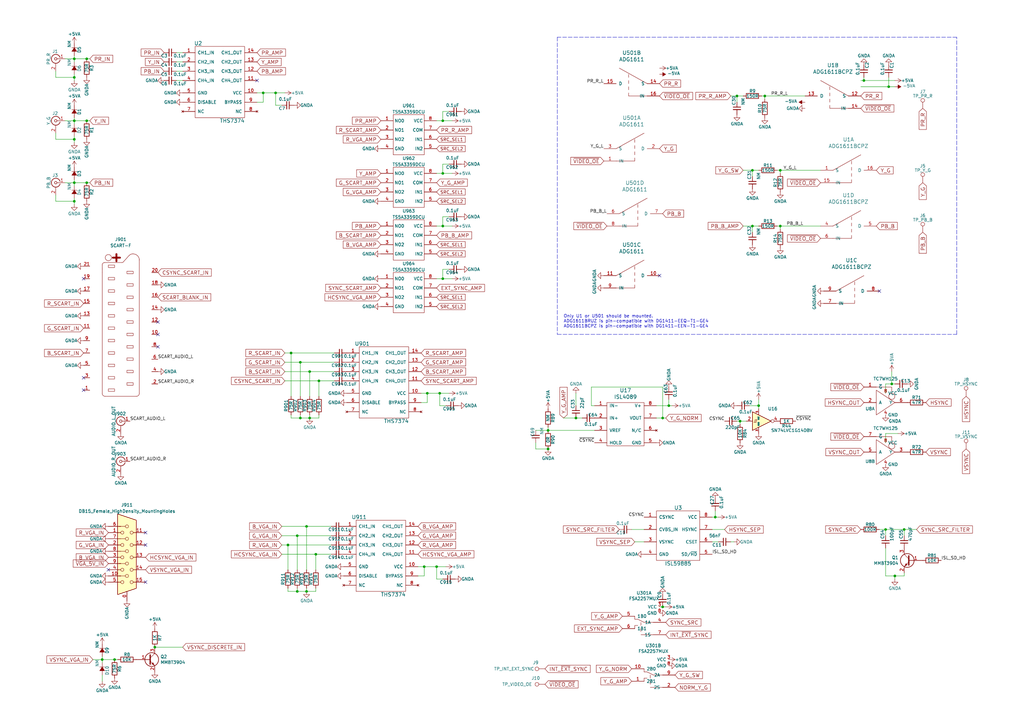
<source format=kicad_sch>
(kicad_sch (version 20211123) (generator eeschema)
  (paper "A3")
  (title_block (title "BKM-68X Alternative") (rev "F") (company "L33T TEK") (comment 1 "Martin Hejnfelt") (comment 2 "martin@hejnfelt.com") (comment 3 "www.immerhax.com"))
  (junction (at 311.15 166.37))
  (junction (at 320.04 92.71))
  (junction (at 181.61 114.3))
  (junction (at 30.48 31.75))
  (junction (at 125.73 242.57))
  (junction (at 35.56 24.13))
  (junction (at 236.22 171.45))
  (junction (at 274.32 166.37))
  (junction (at 129.54 227.33))
  (junction (at 224.79 176.53))
  (junction (at 271.78 248.92))
  (junction (at 181.61 49.53))
  (junction (at 113.03 38.1))
  (junction (at 125.73 215.9))
  (junction (at 181.61 92.71))
  (junction (at 224.79 184.15))
  (junction (at 35.56 49.53))
  (junction (at 354.33 33.02))
  (junction (at 30.48 57.15))
  (junction (at 271.78 171.45))
  (junction (at 123.19 171.45))
  (junction (at 35.56 74.93))
  (junction (at 302.26 39.37))
  (junction (at 364.49 35.56))
  (junction (at 127 171.45))
  (junction (at 365.76 157.48))
  (junction (at 293.37 212.09))
  (junction (at 121.92 242.57))
  (junction (at 313.69 39.37))
  (junction (at 30.48 74.93))
  (junction (at 179.07 232.41))
  (junction (at 30.48 49.53))
  (junction (at 30.48 24.13))
  (junction (at 173.99 232.41))
  (junction (at 370.84 217.17))
  (junction (at 63.5 265.43))
  (junction (at 308.61 92.71))
  (junction (at 107.95 38.1))
  (junction (at 46.99 270.51))
  (junction (at 123.19 148.59))
  (junction (at 308.61 69.85))
  (junction (at 363.22 217.17))
  (junction (at 119.38 144.78))
  (junction (at 180.34 161.29))
  (junction (at 130.81 156.21))
  (junction (at 303.53 172.72))
  (junction (at 30.48 82.55))
  (junction (at 127 152.4))
  (junction (at 320.04 69.85))
  (junction (at 41.91 270.51))
  (junction (at 367.03 236.22))
  (junction (at 175.26 161.29))
  (junction (at 121.92 219.71))
  (junction (at 118.11 223.52))
  (junction (at 181.61 71.12))
  (no_connect (at 34.29 154.94))
  (no_connect (at 34.29 160.02))
  (no_connect (at 64.77 142.24))
  (no_connect (at 59.69 218.44))
  (no_connect (at 44.45 233.68))
  (no_connect (at 59.69 223.52))
  (no_connect (at 59.69 238.76))
  (no_connect (at 34.29 114.3))
  (no_connect (at 64.77 132.08))
  (no_connect (at 64.77 137.16))
  (no_connect (at 360.68 119.38))
  (no_connect (at 270.51 113.03))
  (no_connect (at 105.41 33.02))
  (wire (pts (xy 41.91 269.24) (xy 41.91 270.51)))
  (wire (pts (xy 72.39 21.59) (xy 74.93 21.59)))
  (wire (pts (xy 364.49 35.56) (xy 367.03 35.56)))
  (wire (pts (xy 113.03 38.1) (xy 116.84 38.1)))
  (wire (pts (xy 30.48 24.13) (xy 35.56 24.13)))
  (wire (pts (xy 35.56 24.13) (xy 36.83 24.13)))
  (wire (pts (xy 303.53 173.99) (xy 303.53 172.72)))
  (wire (pts (xy 125.73 241.3) (xy 125.73 242.57)))
  (wire (pts (xy 181.61 71.12) (xy 185.42 71.12)))
  (wire (pts (xy 184.15 110.49) (xy 181.61 110.49)))
  (wire (pts (xy 179.07 114.3) (xy 181.61 114.3)))
  (wire (pts (xy 38.1 270.51) (xy 41.91 270.51)))
  (wire (pts (xy 30.48 22.86) (xy 30.48 24.13)))
  (wire (pts (xy 181.61 67.31) (xy 181.61 71.12)))
  (wire (pts (xy 224.79 175.26) (xy 224.79 176.53)))
  (wire (pts (xy 180.34 166.37) (xy 180.34 161.29)))
  (wire (pts (xy 219.71 181.61) (xy 219.71 184.15)))
  (wire (pts (xy 271.78 171.45) (xy 273.05 171.45)))
  (wire (pts (xy 22.86 54.61) (xy 22.86 57.15)))
  (wire (pts (xy 127 152.4) (xy 137.16 152.4)))
  (wire (pts (xy 353.06 35.56) (xy 364.49 35.56)))
  (wire (pts (xy 175.26 165.1) (xy 175.26 161.29)))
  (wire (pts (xy 292.1 212.09) (xy 293.37 212.09)))
  (wire (pts (xy 312.42 39.37) (xy 313.69 39.37)))
  (wire (pts (xy 30.48 49.53) (xy 35.56 49.53)))
  (wire (pts (xy 354.33 33.02) (xy 354.33 31.75)))
  (wire (pts (xy 292.1 217.17) (xy 297.18 217.17)))
  (wire (pts (xy 304.8 69.85) (xy 308.61 69.85)))
  (wire (pts (xy 22.86 29.21) (xy 22.86 31.75)))
  (wire (pts (xy 308.61 95.25) (xy 308.61 92.71)))
  (wire (pts (xy 318.77 92.71) (xy 320.04 92.71)))
  (wire (pts (xy 121.92 241.3) (xy 121.92 242.57)))
  (wire (pts (xy 30.48 48.26) (xy 30.48 49.53)))
  (wire (pts (xy 115.57 219.71) (xy 121.92 219.71)))
  (wire (pts (xy 184.15 67.31) (xy 181.61 67.31)))
  (wire (pts (xy 308.61 72.39) (xy 308.61 69.85)))
  (wire (pts (xy 219.71 184.15) (xy 224.79 184.15)))
  (wire (pts (xy 125.73 215.9) (xy 135.89 215.9)))
  (wire (pts (xy 30.48 73.66) (xy 30.48 74.93)))
  (wire (pts (xy 311.15 166.37) (xy 311.15 167.64)))
  (wire (pts (xy 26.67 74.93) (xy 30.48 74.93)))
  (wire (pts (xy 181.61 45.72) (xy 181.61 49.53)))
  (wire (pts (xy 22.86 57.15) (xy 30.48 57.15)))
  (wire (pts (xy 113.03 43.18) (xy 113.03 38.1)))
  (wire (pts (xy 121.92 219.71) (xy 135.89 219.71)))
  (wire (pts (xy 363.22 217.17) (xy 363.22 219.71)))
  (wire (pts (xy 179.07 232.41) (xy 182.88 232.41)))
  (wire (pts (xy 30.48 81.28) (xy 30.48 82.55)))
  (wire (pts (xy 308.61 92.71) (xy 311.15 92.71)))
  (wire (pts (xy 182.88 166.37) (xy 180.34 166.37)))
  (wire (pts (xy 46.99 270.51) (xy 48.26 270.51)))
  (wire (pts (xy 171.45 232.41) (xy 173.99 232.41)))
  (wire (pts (xy 119.38 144.78) (xy 119.38 162.56)))
  (wire (pts (xy 302.26 39.37) (xy 304.8 39.37)))
  (wire (pts (xy 320.04 69.85) (xy 336.55 69.85)))
  (wire (pts (xy 30.48 49.53) (xy 30.48 50.8)))
  (wire (pts (xy 292.1 222.25) (xy 294.64 222.25)))
  (wire (pts (xy 125.73 215.9) (xy 125.73 233.68)))
  (wire (pts (xy 303.53 172.72) (xy 306.07 172.72)))
  (wire (pts (xy 243.84 166.37) (xy 242.57 166.37)))
  (wire (pts (xy 41.91 276.86) (xy 41.91 279.4)))
  (polyline (pts (xy 392.43 137.16) (xy 392.43 15.24)))
  (wire (pts (xy 360.68 217.17) (xy 363.22 217.17)))
  (wire (pts (xy 107.95 38.1) (xy 113.03 38.1)))
  (wire (pts (xy 30.48 82.55) (xy 30.48 83.82)))
  (wire (pts (xy 302.26 172.72) (xy 303.53 172.72)))
  (wire (pts (xy 119.38 171.45) (xy 123.19 171.45)))
  (wire (pts (xy 363.22 161.29) (xy 363.22 157.48)))
  (wire (pts (xy 63.5 265.43) (xy 74.93 265.43)))
  (wire (pts (xy 118.11 223.52) (xy 118.11 233.68)))
  (wire (pts (xy 123.19 171.45) (xy 127 171.45)))
  (wire (pts (xy 72.39 25.4) (xy 74.93 25.4)))
  (wire (pts (xy 299.72 222.25) (xy 300.99 222.25)))
  (wire (pts (xy 363.22 157.48) (xy 365.76 157.48)))
  (wire (pts (xy 181.61 110.49) (xy 181.61 114.3)))
  (polyline (pts (xy 392.43 15.24) (xy 228.6 15.24)))
  (wire (pts (xy 313.69 39.37) (xy 330.2 39.37)))
  (wire (pts (xy 180.34 161.29) (xy 184.15 161.29)))
  (wire (pts (xy 127 170.18) (xy 127 171.45)))
  (wire (pts (xy 259.08 217.17) (xy 264.16 217.17)))
  (wire (pts (xy 363.22 177.8) (xy 368.3 177.8)))
  (wire (pts (xy 118.11 242.57) (xy 121.92 242.57)))
  (wire (pts (xy 123.19 170.18) (xy 123.19 171.45)))
  (wire (pts (xy 130.81 156.21) (xy 137.16 156.21)))
  (wire (pts (xy 181.61 88.9) (xy 181.61 92.71)))
  (wire (pts (xy 179.07 49.53) (xy 181.61 49.53)))
  (wire (pts (xy 302.26 41.91) (xy 302.26 39.37)))
  (wire (pts (xy 184.15 45.72) (xy 181.61 45.72)))
  (wire (pts (xy 35.56 74.93) (xy 36.83 74.93)))
  (wire (pts (xy 30.48 30.48) (xy 30.48 31.75)))
  (wire (pts (xy 181.61 114.3) (xy 185.42 114.3)))
  (wire (pts (xy 299.72 39.37) (xy 302.26 39.37)))
  (wire (pts (xy 269.24 166.37) (xy 274.32 166.37)))
  (wire (pts (xy 308.61 69.85) (xy 311.15 69.85)))
  (wire (pts (xy 313.69 39.37) (xy 313.69 40.64)))
  (wire (pts (xy 365.76 157.48) (xy 365.76 152.4)))
  (polyline (pts (xy 228.6 15.24) (xy 228.6 137.16)))
  (wire (pts (xy 293.37 209.55) (xy 293.37 212.09)))
  (wire (pts (xy 179.07 237.49) (xy 179.07 232.41)))
  (wire (pts (xy 72.39 33.02) (xy 74.93 33.02)))
  (wire (pts (xy 125.73 242.57) (xy 129.54 242.57)))
  (wire (pts (xy 318.77 69.85) (xy 320.04 69.85)))
  (wire (pts (xy 30.48 74.93) (xy 35.56 74.93)))
  (wire (pts (xy 370.84 236.22) (xy 370.84 234.95)))
  (wire (pts (xy 367.03 33.02) (xy 354.33 33.02)))
  (wire (pts (xy 127 152.4) (xy 127 162.56)))
  (wire (pts (xy 367.03 236.22) (xy 370.84 236.22)))
  (wire (pts (xy 173.99 236.22) (xy 173.99 232.41)))
  (wire (pts (xy 123.19 148.59) (xy 123.19 162.56)))
  (wire (pts (xy 179.07 92.71) (xy 181.61 92.71)))
  (wire (pts (xy 363.22 236.22) (xy 367.03 236.22)))
  (wire (pts (xy 274.32 166.37) (xy 275.59 166.37)))
  (wire (pts (xy 320.04 92.71) (xy 320.04 93.98)))
  (wire (pts (xy 130.81 171.45) (xy 130.81 170.18)))
  (wire (pts (xy 311.15 163.83) (xy 311.15 166.37)))
  (wire (pts (xy 181.61 92.71) (xy 185.42 92.71)))
  (wire (pts (xy 118.11 241.3) (xy 118.11 242.57)))
  (wire (pts (xy 219.71 176.53) (xy 224.79 176.53)))
  (wire (pts (xy 118.11 223.52) (xy 135.89 223.52)))
  (wire (pts (xy 236.22 171.45) (xy 238.76 171.45)))
  (wire (pts (xy 26.67 49.53) (xy 30.48 49.53)))
  (wire (pts (xy 242.57 158.75) (xy 271.78 158.75)))
  (wire (pts (xy 22.86 31.75) (xy 30.48 31.75)))
  (wire (pts (xy 130.81 156.21) (xy 130.81 162.56)))
  (wire (pts (xy 119.38 170.18) (xy 119.38 171.45)))
  (wire (pts (xy 173.99 232.41) (xy 179.07 232.41)))
  (polyline (pts (xy 228.6 137.16) (xy 392.43 137.16)))
  (wire (pts (xy 115.57 215.9) (xy 125.73 215.9)))
  (wire (pts (xy 307.34 166.37) (xy 311.15 166.37)))
  (wire (pts (xy 35.56 49.53) (xy 36.83 49.53)))
  (wire (pts (xy 271.78 158.75) (xy 271.78 171.45)))
  (wire (pts (xy 30.48 31.75) (xy 30.48 33.02)))
  (wire (pts (xy 121.92 219.71) (xy 121.92 233.68)))
  (wire (pts (xy 353.06 33.02) (xy 354.33 33.02)))
  (wire (pts (xy 236.22 161.29) (xy 236.22 166.37)))
  (wire (pts (xy 105.41 38.1) (xy 107.95 38.1)))
  (wire (pts (xy 127 171.45) (xy 130.81 171.45)))
  (wire (pts (xy 365.76 157.48) (xy 367.03 157.48)))
  (wire (pts (xy 123.19 148.59) (xy 137.16 148.59)))
  (wire (pts (xy 30.48 74.93) (xy 30.48 76.2)))
  (wire (pts (xy 370.84 217.17) (xy 375.92 217.17)))
  (wire (pts (xy 26.67 24.13) (xy 30.48 24.13)))
  (wire (pts (xy 115.57 43.18) (xy 113.03 43.18)))
  (wire (pts (xy 72.39 29.21) (xy 74.93 29.21)))
  (wire (pts (xy 30.48 57.15) (xy 30.48 58.42)))
  (wire (pts (xy 271.78 248.92) (xy 273.05 248.92)))
  (wire (pts (xy 22.86 80.01) (xy 22.86 82.55)))
  (wire (pts (xy 22.86 82.55) (xy 30.48 82.55)))
  (wire (pts (xy 270.51 248.92) (xy 271.78 248.92)))
  (wire (pts (xy 116.84 148.59) (xy 123.19 148.59)))
  (wire (pts (xy 105.41 41.91) (xy 107.95 41.91)))
  (wire (pts (xy 363.22 181.61) (xy 363.22 177.8)))
  (wire (pts (xy 116.84 152.4) (xy 127 152.4)))
  (wire (pts (xy 30.48 55.88) (xy 30.48 57.15)))
  (wire (pts (xy 41.91 270.51) (xy 46.99 270.51)))
  (wire (pts (xy 320.04 69.85) (xy 320.04 71.12)))
  (wire (pts (xy 129.54 242.57) (xy 129.54 241.3)))
  (wire (pts (xy 260.35 222.25) (xy 264.16 222.25)))
  (wire (pts (xy 363.22 217.17) (xy 370.84 217.17)))
  (wire (pts (xy 116.84 156.21) (xy 130.81 156.21)))
  (wire (pts (xy 304.8 92.71) (xy 308.61 92.71)))
  (wire (pts (xy 320.04 92.71) (xy 336.55 92.71)))
  (wire (pts (xy 242.57 166.37) (xy 242.57 158.75)))
  (wire (pts (xy 181.61 49.53) (xy 185.42 49.53)))
  (wire (pts (xy 172.72 161.29) (xy 175.26 161.29)))
  (wire (pts (xy 129.54 227.33) (xy 129.54 233.68)))
  (wire (pts (xy 370.84 217.17) (xy 370.84 219.71)))
  (wire (pts (xy 41.91 270.51) (xy 41.91 271.78)))
  (wire (pts (xy 171.45 236.22) (xy 173.99 236.22)))
  (wire (pts (xy 293.37 212.09) (xy 294.64 212.09)))
  (wire (pts (xy 115.57 223.52) (xy 118.11 223.52)))
  (wire (pts (xy 115.57 227.33) (xy 129.54 227.33)))
  (wire (pts (xy 363.22 224.79) (xy 363.22 236.22)))
  (wire (pts (xy 107.95 41.91) (xy 107.95 38.1)))
  (wire (pts (xy 367.03 237.49) (xy 367.03 236.22)))
  (wire (pts (xy 274.32 163.83) (xy 274.32 166.37)))
  (wire (pts (xy 231.14 171.45) (xy 236.22 171.45)))
  (wire (pts (xy 179.07 71.12) (xy 181.61 71.12)))
  (wire (pts (xy 129.54 227.33) (xy 135.89 227.33)))
  (wire (pts (xy 175.26 161.29) (xy 180.34 161.29)))
  (wire (pts (xy 30.48 24.13) (xy 30.48 25.4)))
  (wire (pts (xy 184.15 88.9) (xy 181.61 88.9)))
  (wire (pts (xy 224.79 176.53) (xy 243.84 176.53)))
  (wire (pts (xy 364.49 31.75) (xy 364.49 35.56)))
  (wire (pts (xy 172.72 165.1) (xy 175.26 165.1)))
  (wire (pts (xy 121.92 242.57) (xy 125.73 242.57)))
  (wire (pts (xy 119.38 144.78) (xy 137.16 144.78)))
  (wire (pts (xy 271.78 171.45) (xy 269.24 171.45)))
  (wire (pts (xy 181.61 237.49) (xy 179.07 237.49)))
  (wire (pts (xy 116.84 144.78) (xy 119.38 144.78)))
  (text "Only U1 or U501 should be mounted.\nADG1611BRUZ is pin-compatible with DG1411-EEQ-T1-GE4\nADG1611BCPZ is pin-compatible with DG1411-EEN-T1-GE4" (at 231.14 134.62 0) (effects (font (size 1.27 1.27)) (justify left bottom)))
  (label "Y_G_L" (at 247.65 60.96 180))
  (label "CSYNC" (at 264.16 212.09 180))
  (label "SCART_AUDIO_R" (at 64.77 157.48 0))
  (label "SCART_AUDIO_L" (at 53.34 172.72 0))
  (label "PR_R_L" (at 316.23 39.37 0))
  (label "ISL_SD_HD" (at 386.08 229.87 0))
  (label "SCART_AUDIO_L" (at 64.77 147.32 0))
  (label "PB_B_L" (at 322.58 92.71 0))
  (label "Y_G_L" (at 321.31 69.85 0))
  (label "~{CSYNC}" (at 243.84 181.61 180))
  (label "SCART_AUDIO_R" (at 53.34 189.23 0))
  (label "PB_B_L" (at 248.92 87.63 180))
  (label "~{CSYNC}" (at 326.39 172.72 0))
  (label "CSYNC" (at 297.18 172.72 180))
  (label "PR_R_L" (at 247.65 34.29 180))
  (label "ISL_SD_HD" (at 292.1 227.33 0))
  (global_label "SRC_SEL2" (shape input) (at 179.07 60.96 0) (property "Intersheet References" "${INTERSHEET_REFS}" (effects hide)))
  (global_label "~{VIDEO_OE}" (shape input) (at 270.51 39.37 0) (effects (font (size 1.524 1.524))) (property "Intersheet References" "${INTERSHEET_REFS}" (effects hide)))
  (global_label "EXT_SYNC_AMP" (shape input) (at 179.07 118.11 0) (effects (font (size 1.524 1.524))) (property "Intersheet References" "${INTERSHEET_REFS}" (effects hide)))
  (global_label "~{VIDEO_OE}" (shape input) (at 336.55 97.79 180) (effects (font (size 1.524 1.524))) (property "Intersheet References" "${INTERSHEET_REFS}" (effects hide)))
  (global_label "PB_AMP" (shape input) (at 156.21 92.71 180) (effects (font (size 1.524 1.524))) (property "Intersheet References" "${INTERSHEET_REFS}" (effects hide)))
  (global_label "Y_G_SW" (shape input) (at 304.8 69.85 180) (effects (font (size 1.524 1.524))) (property "Intersheet References" "${INTERSHEET_REFS}" (effects hide)))
  (global_label "Y_IN" (shape input) (at 67.31 25.4 180) (effects (font (size 1.524 1.524))) (property "Intersheet References" "${INTERSHEET_REFS}" (effects hide)))
  (global_label "Y_G_AMP" (shape input) (at 179.07 74.93 0) (effects (font (size 1.524 1.524))) (property "Intersheet References" "${INTERSHEET_REFS}" (effects hide)))
  (global_label "~{VIDEO_OE}" (shape input) (at 248.92 92.71 180) (effects (font (size 1.524 1.524))) (property "Intersheet References" "${INTERSHEET_REFS}" (effects hide)))
  (global_label "PB_B" (shape input) (at 271.78 87.63 0) (effects (font (size 1.524 1.524))) (property "Intersheet References" "${INTERSHEET_REFS}" (effects hide)))
  (global_label "VGA_5V_IN" (shape input) (at 44.45 231.14 180) (effects (font (size 1.524 1.524))) (property "Intersheet References" "${INTERSHEET_REFS}" (effects hide)))
  (global_label "SYNC_SRC" (shape input) (at 273.05 255.27 0) (effects (font (size 1.524 1.524))) (property "Intersheet References" "${INTERSHEET_REFS}" (effects hide)))
  (global_label "VSYNC_DISCRETE_IN" (shape input) (at 74.93 265.43 0) (effects (font (size 1.524 1.524))) (property "Intersheet References" "${INTERSHEET_REFS}" (effects hide)))
  (global_label "B_VGA_AMP" (shape input) (at 171.45 215.9 0) (effects (font (size 1.524 1.524))) (property "Intersheet References" "${INTERSHEET_REFS}" (effects hide)))
  (global_label "~{VIDEO_OE}" (shape input) (at 354.33 158.75 180) (effects (font (size 1.524 1.524))) (property "Intersheet References" "${INTERSHEET_REFS}" (effects hide)))
  (global_label "SYNC_SRC_FILTER" (shape input) (at 254 217.17 180) (effects (font (size 1.524 1.524))) (property "Intersheet References" "${INTERSHEET_REFS}" (effects hide)))
  (global_label "PB_B_AMP" (shape input) (at 179.07 96.52 0) (effects (font (size 1.524 1.524))) (property "Intersheet References" "${INTERSHEET_REFS}" (effects hide)))
  (global_label "SYNC_SRC_FILTER" (shape input) (at 375.92 217.17 0) (effects (font (size 1.524 1.524))) (property "Intersheet References" "${INTERSHEET_REFS}" (effects hide)))
  (global_label "Y_G_AMP" (shape input) (at 255.27 252.73 180) (effects (font (size 1.524 1.524))) (property "Intersheet References" "${INTERSHEET_REFS}" (effects hide)))
  (global_label "VSYNC_OUT" (shape input) (at 354.33 185.42 180) (effects (font (size 1.524 1.524))) (property "Intersheet References" "${INTERSHEET_REFS}" (effects hide)))
  (global_label "HCSYNC_VGA_IN" (shape input) (at 115.57 227.33 180) (effects (font (size 1.524 1.524))) (property "Intersheet References" "${INTERSHEET_REFS}" (effects hide)))
  (global_label "B_SCART_AMP" (shape input) (at 172.72 152.4 0) (effects (font (size 1.524 1.524))) (property "Intersheet References" "${INTERSHEET_REFS}" (effects hide)))
  (global_label "INT_~{EXT}_SYNC" (shape input) (at 273.05 260.35 0) (effects (font (size 1.524 1.524))) (property "Intersheet References" "${INTERSHEET_REFS}" (effects hide)))
  (global_label "G_VGA_AMP" (shape input) (at 171.45 219.71 0) (effects (font (size 1.524 1.524))) (property "Intersheet References" "${INTERSHEET_REFS}" (effects hide)))
  (global_label "SCART_BLANK_IN" (shape input) (at 64.77 121.92 0) (effects (font (size 1.524 1.524))) (property "Intersheet References" "${INTERSHEET_REFS}" (effects hide)))
  (global_label "VSYNC" (shape input) (at 396.24 184.15 270) (effects (font (size 1.524 1.524))) (property "Intersheet References" "${INTERSHEET_REFS}" (effects hide)))
  (global_label "~{VIDEO_OE}" (shape input) (at 354.33 179.07 180) (effects (font (size 1.524 1.524))) (property "Intersheet References" "${INTERSHEET_REFS}" (effects hide)))
  (global_label "HSYNC" (shape input) (at 396.24 162.56 270) (effects (font (size 1.524 1.524))) (property "Intersheet References" "${INTERSHEET_REFS}" (effects hide)))
  (global_label "R_SCART_AMP" (shape input) (at 172.72 144.78 0) (effects (font (size 1.524 1.524))) (property "Intersheet References" "${INTERSHEET_REFS}" (effects hide)))
  (global_label "Y_G_NORM" (shape input) (at 259.08 274.32 180) (effects (font (size 1.524 1.524))) (property "Intersheet References" "${INTERSHEET_REFS}" (effects hide)))
  (global_label "HCSYNC_VGA_IN" (shape input) (at 59.69 228.6 0) (effects (font (size 1.524 1.524))) (property "Intersheet References" "${INTERSHEET_REFS}" (effects hide)))
  (global_label "CSYNC_SCART_IN" (shape input) (at 64.77 111.76 0) (effects (font (size 1.524 1.524))) (property "Intersheet References" "${INTERSHEET_REFS}" (effects hide)))
  (global_label "PB_IN" (shape input) (at 36.83 74.93 0) (effects (font (size 1.524 1.524))) (property "Intersheet References" "${INTERSHEET_REFS}" (effects hide)))
  (global_label "G_SCART_IN" (shape input) (at 116.84 148.59 180) (effects (font (size 1.524 1.524))) (property "Intersheet References" "${INTERSHEET_REFS}" (effects hide)))
  (global_label "G_VGA_IN" (shape input) (at 115.57 219.71 180) (effects (font (size 1.524 1.524))) (property "Intersheet References" "${INTERSHEET_REFS}" (effects hide)))
  (global_label "SRC_SEL2" (shape input) (at 179.07 82.55 0) (property "Intersheet References" "${INTERSHEET_REFS}" (effects hide)))
  (global_label "SRC_SEL2" (shape input) (at 179.07 125.73 0) (property "Intersheet References" "${INTERSHEET_REFS}" (effects hide)))
  (global_label "B_SCART_IN" (shape input) (at 34.29 144.78 180) (effects (font (size 1.524 1.524))) (property "Intersheet References" "${INTERSHEET_REFS}" (effects hide)))
  (global_label "PR_IN" (shape input) (at 36.83 24.13 0) (effects (font (size 1.524 1.524))) (property "Intersheet References" "${INTERSHEET_REFS}" (effects hide)))
  (global_label "Y_AMP" (shape input) (at 156.21 71.12 180) (effects (font (size 1.524 1.524))) (property "Intersheet References" "${INTERSHEET_REFS}" (effects hide)))
  (global_label "PB_AMP" (shape input) (at 105.41 29.21 0) (effects (font (size 1.524 1.524))) (property "Intersheet References" "${INTERSHEET_REFS}" (effects hide)))
  (global_label "R_VGA_AMP" (shape input) (at 171.45 223.52 0) (effects (font (size 1.524 1.524))) (property "Intersheet References" "${INTERSHEET_REFS}" (effects hide)))
  (global_label "Y_IN" (shape input) (at 36.83 49.53 0) (effects (font (size 1.524 1.524))) (property "Intersheet References" "${INTERSHEET_REFS}" (effects hide)))
  (global_label "PB_B" (shape input) (at 359.41 92.71 0) (effects (font (size 1.524 1.524))) (property "Intersheet References" "${INTERSHEET_REFS}" (effects hide)))
  (global_label "HCSYNC_VGA_AMP" (shape input) (at 156.21 121.92 180) (effects (font (size 1.524 1.524))) (property "Intersheet References" "${INTERSHEET_REFS}" (effects hide)))
  (global_label "R_SCART_IN" (shape input) (at 34.29 124.46 180) (effects (font (size 1.524 1.524))) (property "Intersheet References" "${INTERSHEET_REFS}" (effects hide)))
  (global_label "G_VGA_AMP" (shape input) (at 156.21 78.74 180) (effects (font (size 1.524 1.524))) (property "Intersheet References" "${INTERSHEET_REFS}" (effects hide)))
  (global_label "Y_G_SW" (shape input) (at 276.86 276.86 0) (effects (font (size 1.524 1.524))) (property "Intersheet References" "${INTERSHEET_REFS}" (effects hide)))
  (global_label "PB_B_AMP" (shape input) (at 304.8 92.71 180) (effects (font (size 1.524 1.524))) (property "Intersheet References" "${INTERSHEET_REFS}" (effects hide)))
  (global_label "HSYNC_OUT" (shape input) (at 354.33 165.1 180) (effects (font (size 1.524 1.524))) (property "Intersheet References" "${INTERSHEET_REFS}" (effects hide)))
  (global_label "B_VGA_AMP" (shape input) (at 156.21 100.33 180) (effects (font (size 1.524 1.524))) (property "Intersheet References" "${INTERSHEET_REFS}" (effects hide)))
  (global_label "PR_R" (shape input) (at 353.06 39.37 0) (effects (font (size 1.524 1.524))) (property "Intersheet References" "${INTERSHEET_REFS}" (effects hide)))
  (global_label "G_VGA_IN" (shape input) (at 44.45 223.52 180) (effects (font (size 1.524 1.524))) (property "Intersheet References" "${INTERSHEET_REFS}" (effects hide)))
  (global_label "G_SCART_AMP" (shape input) (at 156.21 74.93 180) (effects (font (size 1.524 1.524))) (property "Intersheet References" "${INTERSHEET_REFS}" (effects hide)))
  (global_label "SRC_SEL1" (shape input) (at 179.07 57.15 0) (property "Intersheet References" "${INTERSHEET_REFS}" (effects hide)))
  (global_label "B_SCART_IN" (shape input) (at 116.84 152.4 180) (effects (font (size 1.524 1.524))) (property "Intersheet References" "${INTERSHEET_REFS}" (effects hide)))
  (global_label "SYNC_SRC" (shape input) (at 353.06 217.17 180) (effects (font (size 1.524 1.524))) (property "Intersheet References" "${INTERSHEET_REFS}" (effects hide)))
  (global_label "PB_IN" (shape input) (at 67.31 29.21 180) (effects (font (size 1.524 1.524))) (property "Intersheet References" "${INTERSHEET_REFS}" (effects hide)))
  (global_label "INT_~{EXT}_SYNC" (shape input) (at 223.52 274.32 0) (effects (font (size 1.524 1.524))) (property "Intersheet References" "${INTERSHEET_REFS}" (effects hide)))
  (global_label "Y_G_AMP" (shape input) (at 259.08 279.4 180) (effects (font (size 1.524 1.524))) (property "Intersheet References" "${INTERSHEET_REFS}" (effects hide)))
  (global_label "B_VGA_IN" (shape input) (at 115.57 215.9 180) (effects (font (size 1.524 1.524))) (property "Intersheet References" "${INTERSHEET_REFS}" (effects hide)))
  (global_label "HCSYNC_VGA_AMP" (shape input) (at 171.45 227.33 0) (effects (font (size 1.524 1.524))) (property "Intersheet References" "${INTERSHEET_REFS}" (effects hide)))
  (global_label "SYNC_SCART_AMP" (shape input) (at 172.72 156.21 0) (effects (font (size 1.524 1.524))) (property "Intersheet References" "${INTERSHEET_REFS}" (effects hide)))
  (global_label "~{VIDEO_OE}" (shape input) (at 353.06 44.45 0) (effects (font (size 1.524 1.524))) (property "Intersheet References" "${INTERSHEET_REFS}" (effects hide)))
  (global_label "PR_R" (shape input) (at 378.46 44.45 270) (effects (font (size 1.524 1.524))) (property "Intersheet References" "${INTERSHEET_REFS}" (effects hide)))
  (global_label "R_VGA_AMP" (shape input) (at 156.21 57.15 180) (effects (font (size 1.524 1.524))) (property "Intersheet References" "${INTERSHEET_REFS}" (effects hide)))
  (global_label "SRC_SEL2" (shape input) (at 179.07 104.14 0) (property "Intersheet References" "${INTERSHEET_REFS}" (effects hide)))
  (global_label "Y_G" (shape input) (at 359.41 69.85 0) (effects (font (size 1.524 1.524))) (property "Intersheet References" "${INTERSHEET_REFS}" (effects hide)))
  (global_label "PR_AMP" (shape input) (at 105.41 21.59 0) (effects (font (size 1.524 1.524))) (property "Intersheet References" "${INTERSHEET_REFS}" (effects hide)))
  (global_label "VSYNC_SEP" (shape input) (at 260.35 222.25 180) (effects (font (size 1.524 1.524))) (property "Intersheet References" "${INTERSHEET_REFS}" (effects hide)))
  (global_label "VSYNC_VGA_IN" (shape input) (at 38.1 270.51 180) (effects (font (size 1.524 1.524))) (property "Intersheet References" "${INTERSHEET_REFS}" (effects hide)))
  (global_label "B_VGA_IN" (shape input) (at 44.45 228.6 180) (effects (font (size 1.524 1.524))) (property "Intersheet References" "${INTERSHEET_REFS}" (effects hide)))
  (global_label "PB_B" (shape input) (at 378.46 95.25 270) (effects (font (size 1.524 1.524))) (property "Intersheet References" "${INTERSHEET_REFS}" (effects hide)))
  (global_label "G_SCART_AMP" (shape input) (at 172.72 148.59 0) (effects (font (size 1.524 1.524))) (property "Intersheet References" "${INTERSHEET_REFS}" (effects hide)))
  (global_label "PR_R" (shape input) (at 270.51 34.29 0) (effects (font (size 1.524 1.524))) (property "Intersheet References" "${INTERSHEET_REFS}" (effects hide)))
  (global_label "EXT_SYNC_AMP" (shape input) (at 255.27 257.81 180) (effects (font (size 1.524 1.524))) (property "Intersheet References" "${INTERSHEET_REFS}" (effects hide)))
  (global_label "HSYNC" (shape input) (at 379.73 165.1 0) (effects (font (size 1.524 1.524))) (property "Intersheet References" "${INTERSHEET_REFS}" (effects hide)))
  (global_label "Y_G_NORM" (shape input) (at 273.05 171.45 0) (effects (font (size 1.524 1.524))) (property "Intersheet References" "${INTERSHEET_REFS}" (effects hide)))
  (global_label "PR_R_AMP" (shape input) (at 299.72 39.37 180) (effects (font (size 1.524 1.524))) (property "Intersheet References" "${INTERSHEET_REFS}" (effects hide)))
  (global_label "B_SCART_AMP" (shape input) (at 156.21 96.52 180) (effects (font (size 1.524 1.524))) (property "Intersheet References" "${INTERSHEET_REFS}" (effects hide)))
  (global_label "~{VIDEO_OE}" (shape input) (at 247.65 66.04 180) (effects (font (size 1.524 1.524))) (property "Intersheet References" "${INTERSHEET_REFS}" (effects hide)))
  (global_label "HSYNC_SEP" (shape input) (at 297.18 217.17 0) (effects (font (size 1.524 1.524))) (property "Intersheet References" "${INTERSHEET_REFS}" (effects hide)))
  (global_label "G_SCART_IN" (shape input) (at 34.29 134.62 180) (effects (font (size 1.524 1.524))) (property "Intersheet References" "${INTERSHEET_REFS}" (effects hide)))
  (global_label "Y_G" (shape input) (at 270.51 60.96 0) (effects (font (size 1.524 1.524))) (property "Intersheet References" "${INTERSHEET_REFS}" (effects hide)))
  (global_label "Y_G_AMP" (shape input) (at 231.14 171.45 90) (effects (font (size 1.524 1.524))) (property "Intersheet References" "${INTERSHEET_REFS}" (effects hide)))
  (global_label "Y_G" (shape input) (at 378.46 74.93 270) (effects (font (size 1.524 1.524))) (property "Intersheet References" "${INTERSHEET_REFS}" (effects hide)))
  (global_label "NORM_Y_G" (shape input) (at 276.86 281.94 0) (effects (font (size 1.524 1.524))) (property "Intersheet References" "${INTERSHEET_REFS}" (effects hide)))
  (global_label "R_SCART_AMP" (shape input) (at 156.21 53.34 180) (effects (font (size 1.524 1.524))) (property "Intersheet References" "${INTERSHEET_REFS}" (effects hide)))
  (global_label "SYNC_SCART_AMP" (shape input) (at 156.21 118.11 180) (effects (font (size 1.524 1.524))) (property "Intersheet References" "${INTERSHEET_REFS}" (effects hide)))
  (global_label "VSYNC_VGA_IN" (shape input) (at 59.69 233.68 0) (effects (font (size 1.524 1.524))) (property "Intersheet References" "${INTERSHEET_REFS}" (effects hide)))
  (global_label "PR_IN" (shape input) (at 67.31 21.59 180) (effects (font (size 1.524 1.524))) (property "Intersheet References" "${INTERSHEET_REFS}" (effects hide)))
  (global_label "R_SCART_IN" (shape input) (at 116.84 144.78 180) (effects (font (size 1.524 1.524))) (property "Intersheet References" "${INTERSHEET_REFS}" (effects hide)))
  (global_label "Y_AMP" (shape input) (at 105.41 25.4 0) (effects (font (size 1.524 1.524))) (property "Intersheet References" "${INTERSHEET_REFS}" (effects hide)))
  (global_label "R_VGA_IN" (shape input) (at 115.57 223.52 180) (effects (font (size 1.524 1.524))) (property "Intersheet References" "${INTERSHEET_REFS}" (effects hide)))
  (global_label "PR_R_AMP" (shape input) (at 179.07 53.34 0) (effects (font (size 1.524 1.524))) (property "Intersheet References" "${INTERSHEET_REFS}" (effects hide)))
  (global_label "~{VIDEO_OE}" (shape input) (at 336.55 74.93 180) (effects (font (size 1.524 1.524))) (property "Intersheet References" "${INTERSHEET_REFS}" (effects hide)))
  (global_label "CSYNC_SCART_IN" (shape input) (at 116.84 156.21 180) (effects (font (size 1.524 1.524))) (property "Intersheet References" "${INTERSHEET_REFS}" (effects hide)))
  (global_label "SRC_SEL1" (shape input) (at 179.07 78.74 0) (property "Intersheet References" "${INTERSHEET_REFS}" (effects hide)))
  (global_label "R_VGA_IN" (shape input) (at 44.45 218.44 180) (effects (font (size 1.524 1.524))) (property "Intersheet References" "${INTERSHEET_REFS}" (effects hide)))
  (global_label "VSYNC" (shape input) (at 379.73 185.42 0) (effects (font (size 1.524 1.524))) (property "Intersheet References" "${INTERSHEET_REFS}" (effects hide)))
  (global_label "SRC_SEL1" (shape input) (at 179.07 121.92 0) (property "Intersheet References" "${INTERSHEET_REFS}" (effects hide)))
  (global_label "SRC_SEL1" (shape input) (at 179.07 100.33 0) (property "Intersheet References" "${INTERSHEET_REFS}" (effects hide)))
  (global_label "PR_AMP" (shape input) (at 156.21 49.53 180) (effects (font (size 1.524 1.524))) (property "Intersheet References" "${INTERSHEET_REFS}" (effects hide)))
  (global_label "~{VIDEO_OE}" (shape input) (at 223.52 280.67 0) (effects (font (size 1.524 1.524))) (property "Intersheet References" "${INTERSHEET_REFS}" (effects hide)))
  (symbol (lib_id "ths7374:THS7374") (at 90.17 34.29 0) (unit 1)
    (property "Reference" "U2" (at 81.28 17.78 0) (effects (font (size 1.524 1.524))))
    (property "Value" "THS7374" (at 95.25 49.53 0) (effects (font (size 1.524 1.524))))
    (property "Footprint" "Package_SO:TSSOP-14_4.4x5mm_P0.65mm" (effects hide))
    (property "JLC" "TSSOP-14" (effects hide))
    (property "LCSC" "C2652746" (effects hide))
  )
  (symbol (lib_id "isl59885:ISL59885") (at 278.13 219.71 0) (unit 1)
    (property "Reference" "U3" (at 278.13 208.28 0) (effects (font (size 1.524 1.524))))
    (property "Value" "ISL59885" (at 278.13 231.14 0) (effects (font (size 1.524 1.524))))
    (property "Footprint" "Package_SO:SOIC-8_3.9x4.9mm_P1.27mm" (effects hide))
    (property "JLC" "SOIC-8" (effects hide))
    (property "LCSC" "C1519107" (effects hide))
  )
  (symbol (lib_id "power:GNDA") (at 74.93 38.1 270) (unit 1)
    (property "Reference" "#PWR01" (effects hide))
    (property "Value" "GNDA" (at 69.85 38.1 90))
  )
  (symbol (lib_id "power:GNDA") (at 264.16 227.33 270) (unit 1)
    (property "Reference" "#PWR02" (effects hide))
    (property "Value" "GNDA" (at 259.08 227.33 90))
  )
  (symbol (lib_id "bkm-68x-simple-rescue:C_Small") (at 297.18 222.25 270) (unit 1)
    (property "Reference" "C11" (at 292.1 223.52 90) (effects (justify left)))
    (property "Value" "56nF" (at 290.83 219.71 90) (effects (justify left)))
    (property "Footprint" "Capacitor_SMD:C_0805_2012Metric_Pad1.18x1.45mm_HandSolder" (effects hide))
    (property "JLC" "0805" (effects hide))
    (property "LCSC" "C107156" (effects hide))
  )
  (symbol (lib_id "power:GNDA") (at 300.99 222.25 90) (unit 1)
    (property "Reference" "#PWR04" (effects hide))
    (property "Value" "GNDA" (at 306.07 222.25 90))
  )
  (symbol (lib_id "bkm-68x-simple-rescue:Conn_Coaxial") (at 22.86 24.13 0) (mirror y) (unit 1)
    (property "Reference" "J1" (at 22.606 21.082 0))
    (property "Value" "PR_R" (at 19.939 24.13 90))
    (property "Footprint" "rcj-41x:RCJ-04X" (effects hide))
  )
  (symbol (lib_id "bkm-68x-simple-rescue:C_Small") (at 256.54 217.17 270) (unit 1)
    (property "Reference" "C10" (at 252.73 218.44 90) (effects (justify left)))
    (property "Value" "0.1uF" (at 252.73 214.63 90) (effects (justify left)))
    (property "Footprint" "Capacitor_SMD:C_0805_2012Metric_Pad1.18x1.45mm_HandSolder" (effects hide))
    (property "JLC" "0805" (effects hide))
    (property "LCSC" "C77082" (effects hide))
  )
  (symbol (lib_id "bkm-68x-simple-rescue:R") (at 35.56 53.34 0) (unit 1)
    (property "Reference" "R1" (at 37.592 53.34 90))
    (property "Value" "75R" (at 35.56 53.34 90))
    (property "Footprint" "Resistor_SMD:R_0805_2012Metric_Pad1.20x1.40mm_HandSolder" (effects hide))
    (property "JLC" "0805" (effects hide))
    (property "LCSC" "C141697" (effects hide))
  )
  (symbol (lib_id "bkm-68x-simple-rescue:D_Small_ALT") (at 30.48 45.72 270) (unit 1)
    (property "Reference" "D1" (at 32.512 44.45 0) (effects (justify left)))
    (property "Value" "NM" (at 28.448 41.91 0) (effects (justify left)))
    (property "Footprint" "Diode_SMD:D_SOD-123" (effects hide))
  )
  (symbol (lib_id "bkm-68x-simple-rescue:D_Small_ALT") (at 30.48 53.34 270) (unit 1)
    (property "Reference" "D2" (at 32.512 52.07 0) (effects (justify left)))
    (property "Value" "NM" (at 28.448 49.53 0) (effects (justify left)))
    (property "Footprint" "Diode_SMD:D_SOD-123" (effects hide))
  )
  (symbol (lib_id "power:GNDA") (at 30.48 58.42 0) (unit 1)
    (property "Reference" "#PWR06" (effects hide))
    (property "Value" "GNDA" (at 30.48 62.23 0))
  )
  (symbol (lib_id "bkm-68x-simple-rescue:Conn_Coaxial") (at 22.86 74.93 0) (mirror y) (unit 1)
    (property "Reference" "J3" (at 22.606 71.882 0))
    (property "Value" "PB_B" (at 19.939 74.93 90))
    (property "Footprint" "rcj-41x:RCJ-04X" (effects hide))
  )
  (symbol (lib_id "bkm-68x-simple-rescue:R") (at 35.56 27.94 0) (unit 1)
    (property "Reference" "R3" (at 37.592 27.94 90))
    (property "Value" "75R" (at 35.56 27.94 90))
    (property "Footprint" "Resistor_SMD:R_0805_2012Metric_Pad1.20x1.40mm_HandSolder" (effects hide))
    (property "JLC" "0805" (effects hide))
    (property "LCSC" "C141697" (effects hide))
  )
  (symbol (lib_id "bkm-68x-simple-rescue:D_Small_ALT") (at 30.48 20.32 270) (unit 1)
    (property "Reference" "D5" (at 32.512 19.05 0) (effects (justify left)))
    (property "Value" "NM" (at 28.448 16.51 0) (effects (justify left)))
    (property "Footprint" "Diode_SMD:D_SOD-123" (effects hide))
  )
  (symbol (lib_id "bkm-68x-simple-rescue:D_Small_ALT") (at 30.48 27.94 270) (unit 1)
    (property "Reference" "D6" (at 32.512 26.67 0) (effects (justify left)))
    (property "Value" "NM" (at 28.448 24.13 0) (effects (justify left)))
    (property "Footprint" "Diode_SMD:D_SOD-123" (effects hide))
  )
  (symbol (lib_id "power:GNDA") (at 30.48 33.02 0) (unit 1)
    (property "Reference" "#PWR08" (effects hide))
    (property "Value" "GNDA" (at 30.48 36.83 0))
  )
  (symbol (lib_id "bkm-68x-simple-rescue:Conn_Coaxial") (at 22.86 49.53 0) (mirror y) (unit 1)
    (property "Reference" "J2" (at 22.606 46.482 0))
    (property "Value" "Y_G" (at 19.939 49.53 90))
    (property "Footprint" "rcj-41x:RCJ-04X" (effects hide))
  )
  (symbol (lib_id "bkm-68x-simple-rescue:R") (at 35.56 78.74 0) (unit 1)
    (property "Reference" "R2" (at 37.592 78.74 90))
    (property "Value" "75R" (at 35.56 78.74 90))
    (property "Footprint" "Resistor_SMD:R_0805_2012Metric_Pad1.20x1.40mm_HandSolder" (effects hide))
    (property "JLC" "0805" (effects hide))
    (property "LCSC" "C141697" (effects hide))
  )
  (symbol (lib_id "bkm-68x-simple-rescue:D_Small_ALT") (at 30.48 71.12 270) (unit 1)
    (property "Reference" "D3" (at 32.512 69.85 0) (effects (justify left)))
    (property "Value" "NM" (at 28.448 67.31 0) (effects (justify left)))
    (property "Footprint" "Diode_SMD:D_SOD-123" (effects hide))
  )
  (symbol (lib_id "bkm-68x-simple-rescue:D_Small_ALT") (at 30.48 78.74 270) (unit 1)
    (property "Reference" "D4" (at 32.512 77.47 0) (effects (justify left)))
    (property "Value" "NM" (at 28.448 74.93 0) (effects (justify left)))
    (property "Footprint" "Diode_SMD:D_SOD-123" (effects hide))
  )
  (symbol (lib_id "power:GNDA") (at 30.48 83.82 0) (unit 1)
    (property "Reference" "#PWR010" (effects hide))
    (property "Value" "GNDA" (at 30.48 87.63 0))
  )
  (symbol (lib_id "bkm-68x-simple-rescue:C_Small") (at 69.85 21.59 270) (unit 1)
    (property "Reference" "C3" (at 66.04 22.86 90) (effects (justify left)))
    (property "Value" "0.1uF" (at 71.12 22.86 90) (effects (justify left)))
    (property "Footprint" "Capacitor_SMD:C_0805_2012Metric_Pad1.18x1.45mm_HandSolder" (effects hide))
    (property "JLC" "0805" (effects hide))
    (property "LCSC" "C77082" (effects hide))
  )
  (symbol (lib_id "bkm-68x-simple-rescue:C_Small") (at 69.85 25.4 270) (unit 1)
    (property "Reference" "C4" (at 66.04 26.67 90) (effects (justify left)))
    (property "Value" "0.1uF" (at 71.12 26.67 90) (effects (justify left)))
    (property "Footprint" "Capacitor_SMD:C_0805_2012Metric_Pad1.18x1.45mm_HandSolder" (effects hide))
    (property "JLC" "0805" (effects hide))
    (property "LCSC" "C77082" (effects hide))
  )
  (symbol (lib_id "bkm-68x-simple-rescue:C_Small") (at 69.85 29.21 270) (unit 1)
    (property "Reference" "C5" (at 66.04 30.48 90) (effects (justify left)))
    (property "Value" "0.1uF" (at 71.12 30.48 90) (effects (justify left)))
    (property "Footprint" "Capacitor_SMD:C_0805_2012Metric_Pad1.18x1.45mm_HandSolder" (effects hide))
    (property "JLC" "0805" (effects hide))
    (property "LCSC" "C77082" (effects hide))
  )
  (symbol (lib_id "bkm-68x-simple-rescue:C_Small") (at 69.85 33.02 270) (unit 1)
    (property "Reference" "C6" (at 66.04 34.29 90) (effects (justify left)))
    (property "Value" "0.1uF" (at 71.12 34.29 90) (effects (justify left)))
    (property "Footprint" "Capacitor_SMD:C_0805_2012Metric_Pad1.18x1.45mm_HandSolder" (effects hide))
    (property "JLC" "0805" (effects hide))
    (property "LCSC" "C77082" (effects hide))
  )
  (symbol (lib_id "power:GNDA") (at 74.93 41.91 270) (unit 1)
    (property "Reference" "#PWR013" (effects hide))
    (property "Value" "GNDA" (at 69.85 41.91 90))
  )
  (symbol (lib_id "power:GNDA") (at 330.2 44.45 270) (unit 1)
    (property "Reference" "#PWR016" (effects hide))
    (property "Value" "GNDA" (at 325.12 44.45 90))
  )
  (symbol (lib_id "power:+5VA") (at 294.64 212.09 270) (unit 1)
    (property "Reference" "#PWR021" (effects hide))
    (property "Value" "+5VA" (at 299.72 212.09 90))
  )
  (symbol (lib_id "power:+5VA") (at 116.84 38.1 270) (unit 1)
    (property "Reference" "#PWR022" (effects hide))
    (property "Value" "+5VA" (at 121.92 38.1 90))
  )
  (symbol (lib_id "bkm-68x-simple-rescue:C_Small") (at 118.11 43.18 270) (unit 1)
    (property "Reference" "C7" (at 114.3 44.45 90) (effects (justify left)))
    (property "Value" "0.1uF" (at 114.3 40.64 90) (effects (justify left)))
    (property "Footprint" "Capacitor_SMD:C_0805_2012Metric_Pad1.18x1.45mm_HandSolder" (effects hide))
    (property "JLC" "0805" (effects hide))
    (property "LCSC" "C77082" (effects hide))
  )
  (symbol (lib_id "power:GNDA") (at 120.65 43.18 90) (unit 1)
    (property "Reference" "#PWR023" (effects hide))
    (property "Value" "GNDA" (at 125.73 43.18 90))
  )
  (symbol (lib_id "bkm-68x-simple-rescue:C_Small") (at 271.78 246.38 180) (unit 1)
    (property "Reference" "C9" (at 270.51 242.57 90) (effects (justify left)))
    (property "Value" "0.1uF" (at 274.32 242.57 90) (effects (justify left)))
    (property "Footprint" "Capacitor_SMD:C_0805_2012Metric_Pad1.18x1.45mm_HandSolder" (effects hide))
    (property "JLC" "0805" (effects hide))
    (property "LCSC" "C77082" (effects hide))
  )
  (symbol (lib_id "power:GNDA") (at 271.78 243.84 180) (unit 1)
    (property "Reference" "#PWR024" (effects hide))
    (property "Value" "GNDA" (at 271.78 238.76 90))
  )
  (symbol (lib_id "bkm-68x-simple-rescue:C_Small") (at 364.49 29.21 0) (mirror x) (unit 1)
    (property "Reference" "C1" (at 365.76 25.4 90) (effects (justify left)))
    (property "Value" "0.1uF" (at 361.95 25.4 90) (effects (justify left)))
    (property "Footprint" "Capacitor_SMD:C_0805_2012Metric_Pad1.18x1.45mm_HandSolder" (effects hide))
    (property "JLC" "0805" (effects hide))
    (property "LCSC" "C77082" (effects hide))
  )
  (symbol (lib_id "bkm-68x-simple-rescue:C_Small") (at 354.33 29.21 0) (mirror x) (unit 1)
    (property "Reference" "C2" (at 355.6 25.4 90) (effects (justify left)))
    (property "Value" "0.1uF" (at 351.79 25.4 90) (effects (justify left)))
    (property "Footprint" "Capacitor_SMD:C_0805_2012Metric_Pad1.18x1.45mm_HandSolder" (effects hide))
    (property "JLC" "0805" (effects hide))
    (property "LCSC" "C77082" (effects hide))
  )
  (symbol (lib_id "power:GNDA") (at 354.33 26.67 0) (mirror x) (unit 1)
    (property "Reference" "#PWR026" (effects hide))
    (property "Value" "GNDA" (at 354.33 22.86 0))
  )
  (symbol (lib_id "power:GNDA") (at 364.49 26.67 0) (mirror x) (unit 1)
    (property "Reference" "#PWR027" (effects hide))
    (property "Value" "GNDA" (at 364.49 22.86 0))
  )
  (symbol (lib_id "bkm-68x-simple-rescue:R") (at 308.61 39.37 90) (unit 1)
    (property "Reference" "R9" (at 308.61 37.338 90))
    (property "Value" "150R" (at 308.61 39.37 90))
    (property "Footprint" "Resistor_SMD:R_0805_2012Metric_Pad1.20x1.40mm_HandSolder" (effects hide))
    (property "JLC" "0805" (effects hide))
    (property "LCSC" "C114523" (effects hide))
  )
  (symbol (lib_id "bkm-68x-simple-rescue:R") (at 313.69 44.45 180) (unit 1)
    (property "Reference" "R10" (at 311.658 44.45 90))
    (property "Value" "75R" (at 313.69 44.45 90))
    (property "Footprint" "Resistor_SMD:R_0805_2012Metric_Pad1.20x1.40mm_HandSolder" (effects hide))
    (property "JLC" "0805" (effects hide))
    (property "LCSC" "C141697" (effects hide))
  )
  (symbol (lib_id "power:GNDA") (at 313.69 48.26 0) (unit 1)
    (property "Reference" "#PWR028" (effects hide))
    (property "Value" "GNDA" (at 313.69 52.07 0))
  )
  (symbol (lib_id "bkm-68x-simple-rescue:R") (at 314.96 69.85 90) (unit 1)
    (property "Reference" "R11" (at 314.96 67.818 90))
    (property "Value" "150R" (at 314.96 69.85 90))
    (property "Footprint" "Resistor_SMD:R_0805_2012Metric_Pad1.20x1.40mm_HandSolder" (effects hide))
    (property "JLC" "0805" (effects hide))
    (property "LCSC" "C114523" (effects hide))
  )
  (symbol (lib_id "bkm-68x-simple-rescue:R") (at 320.04 74.93 180) (unit 1)
    (property "Reference" "R12" (at 318.008 74.93 90))
    (property "Value" "75R" (at 320.04 74.93 90))
    (property "Footprint" "Resistor_SMD:R_0805_2012Metric_Pad1.20x1.40mm_HandSolder" (effects hide))
    (property "JLC" "0805" (effects hide))
    (property "LCSC" "C141697" (effects hide))
  )
  (symbol (lib_id "power:GNDA") (at 320.04 78.74 0) (unit 1)
    (property "Reference" "#PWR029" (effects hide))
    (property "Value" "GNDA" (at 320.04 82.55 0))
  )
  (symbol (lib_id "bkm-68x-simple-rescue:R") (at 314.96 92.71 90) (unit 1)
    (property "Reference" "R13" (at 314.96 90.678 90))
    (property "Value" "150R" (at 314.96 92.71 90))
    (property "Footprint" "Resistor_SMD:R_0805_2012Metric_Pad1.20x1.40mm_HandSolder" (effects hide))
    (property "JLC" "0805" (effects hide))
    (property "LCSC" "C114523" (effects hide))
  )
  (symbol (lib_id "bkm-68x-simple-rescue:R") (at 320.04 97.79 180) (unit 1)
    (property "Reference" "R14" (at 318.008 97.79 90))
    (property "Value" "75R" (at 320.04 97.79 90))
    (property "Footprint" "Resistor_SMD:R_0805_2012Metric_Pad1.20x1.40mm_HandSolder" (effects hide))
    (property "JLC" "0805" (effects hide))
    (property "LCSC" "C141697" (effects hide))
  )
  (symbol (lib_id "power:GNDA") (at 320.04 101.6 0) (unit 1)
    (property "Reference" "#PWR030" (effects hide))
    (property "Value" "GNDA" (at 320.04 105.41 0))
  )
  (symbol (lib_id "power:GNDA") (at 363.22 170.18 0) (unit 1)
    (property "Reference" "#PWR031" (effects hide))
    (property "Value" "GNDA" (at 367.03 172.72 0))
  )
  (symbol (lib_id "bkm-68x-simple-rescue:C_Small") (at 369.57 157.48 90) (unit 1)
    (property "Reference" "C13" (at 373.38 156.21 90) (effects (justify left)))
    (property "Value" "0.1uF" (at 373.38 160.02 90) (effects (justify left)))
    (property "Footprint" "Capacitor_SMD:C_0805_2012Metric_Pad1.18x1.45mm_HandSolder" (effects hide))
    (property "JLC" "0805" (effects hide))
    (property "LCSC" "C77082" (effects hide))
  )
  (symbol (lib_id "bkm-68x-simple-rescue:TEST_1P") (at 378.46 74.93 0) (unit 1)
    (property "Reference" "J5" (at 378.46 68.072 0))
    (property "Value" "TP_Y_G" (at 378.46 69.85 0))
    (property "Footprint" "TestPoint:TestPoint_Pad_D2.0mm" (effects hide))
  )
  (symbol (lib_id "bkm-68x-simple-rescue:TEST_1P") (at 378.46 95.25 0) (unit 1)
    (property "Reference" "J6" (at 378.46 88.392 0))
    (property "Value" "TP_PB_B" (at 378.46 90.17 0))
    (property "Footprint" "TestPoint:TestPoint_Pad_D2.0mm" (effects hide))
  )
  (symbol (lib_id "bkm-68x-simple-rescue:TEST_1P") (at 378.46 44.45 0) (unit 1)
    (property "Reference" "J7" (at 378.46 37.592 0))
    (property "Value" "TP_PR_R" (at 378.46 39.37 0))
    (property "Footprint" "TestPoint:TestPoint_Pad_D2.0mm" (effects hide))
  )
  (symbol (lib_id "bkm-68x-simple-rescue:TEST_1P") (at 396.24 162.56 0) (unit 1)
    (property "Reference" "J8" (at 396.24 155.702 0))
    (property "Value" "TP_HSYNC" (at 396.24 157.48 0))
    (property "Footprint" "TestPoint:TestPoint_Pad_D2.0mm" (effects hide))
  )
  (symbol (lib_id "bkm-68x-simple-rescue:TEST_1P") (at 396.24 184.15 0) (unit 1)
    (property "Reference" "J11" (at 396.24 177.292 0))
    (property "Value" "TP_VSYNC" (at 396.24 179.07 0))
    (property "Footprint" "TestPoint:TestPoint_Pad_D2.0mm" (effects hide))
  )
  (symbol (lib_id "bkm-68x-simple-rescue:TEST_1P") (at 223.52 274.32 90) (unit 1)
    (property "Reference" "J9" (at 219.71 271.78 90))
    (property "Value" "TP_INT_EXT_SYNC" (at 210.82 274.32 90))
    (property "Footprint" "TestPoint:TestPoint_Pad_D2.0mm" (effects hide))
  )
  (symbol (lib_id "bkm-68x-simple-rescue:TEST_1P") (at 223.52 280.67 90) (unit 1)
    (property "Reference" "J10" (at 219.71 278.13 90))
    (property "Value" "TP_VIDEO_OE" (at 212.09 280.67 90))
    (property "Footprint" "TestPoint:TestPoint_Pad_D2.0mm" (effects hide))
  )
  (symbol (lib_id "tc7wh125:TC7WH125") (at 363.22 165.1 0) (unit 1)
    (property "Reference" "U8" (at 356.87 167.64 0))
    (property "Value" "TC7WH125" (at 363.22 155.3464 0))
    (property "Footprint" "Package_SO:SSOP-8_2.95x2.8mm_P0.65mm" (effects hide))
    (property "JLC" "TSSOP-8" (effects hide))
    (property "LCSC" "C554358" (effects hide))
  )
  (symbol (lib_id "tc7wh125:TC7WH125") (at 363.22 185.42 0) (unit 2)
    (property "Reference" "U8" (at 356.87 189.23 0))
    (property "Value" "TC7WH125" (at 363.22 175.6664 0))
    (property "Footprint" "Package_SO:SSOP-8_2.95x2.8mm_P0.65mm" (effects hide))
    (property "JLC" "TSSOP-8" (effects hide))
    (property "LCSC" "C554358" (effects hide))
  )
  (symbol (lib_id "power:+5VA") (at 365.76 152.4 0) (unit 1)
    (property "Reference" "#PWR0160" (effects hide))
    (property "Value" "+5VA" (at 365.76 147.32 90))
  )
  (symbol (lib_id "power:+5VA") (at 368.3 177.8 270) (unit 1)
    (property "Reference" "#PWR0161" (effects hide))
    (property "Value" "+5VA" (at 373.38 177.8 90))
  )
  (symbol (lib_id "power:+5VA") (at 367.03 33.02 270) (mirror x) (unit 1)
    (property "Reference" "#PWR0162" (effects hide))
    (property "Value" "+5VA" (at 372.11 33.02 90))
  )
  (symbol (lib_id "power:+5VA") (at 30.48 17.78 0) (unit 1)
    (property "Reference" "#PWR0142" (effects hide))
    (property "Value" "+5VA" (at 30.48 13.97 0))
  )
  (symbol (lib_id "power:+5VA") (at 30.48 43.18 0) (unit 1)
    (property "Reference" "#PWR0143" (effects hide))
    (property "Value" "+5VA" (at 30.48 39.37 0))
  )
  (symbol (lib_id "power:+5VA") (at 30.48 68.58 0) (unit 1)
    (property "Reference" "#PWR0163" (effects hide))
    (property "Value" "+5VA" (at 30.48 64.77 0))
  )
  (symbol (lib_id "power:-5VA") (at 367.03 35.56 270) (mirror x) (unit 1)
    (property "Reference" "#PWR0166" (effects hide))
    (property "Value" "-5VA" (at 370.2558 35.179 90) (effects (justify left)))
  )
  (symbol (lib_id "bkm-68x-simple-rescue:R") (at 375.92 165.1 90) (unit 1)
    (property "Reference" "R71" (at 375.92 163.068 90))
    (property "Value" "47R" (at 375.92 165.1 90))
    (property "Footprint" "Resistor_SMD:R_0805_2012Metric_Pad1.20x1.40mm_HandSolder" (effects hide))
    (property "JLC" "0805" (effects hide))
    (property "LCSC" "C114541" (effects hide))
  )
  (symbol (lib_id "bkm-68x-simple-rescue:R") (at 375.92 185.42 90) (unit 1)
    (property "Reference" "R72" (at 375.92 183.388 90))
    (property "Value" "47R" (at 375.92 185.42 90))
    (property "Footprint" "Resistor_SMD:R_0805_2012Metric_Pad1.20x1.40mm_HandSolder" (effects hide))
    (property "JLC" "0805" (effects hide))
    (property "LCSC" "C114541" (effects hide))
  )
  (symbol (lib_id "power:GNDA") (at 372.11 157.48 90) (unit 1)
    (property "Reference" "#PWR0157" (effects hide))
    (property "Value" "GNDA" (at 375.92 157.48 0))
  )
  (symbol (lib_id "power:GNDA") (at 363.22 190.5 0) (unit 1)
    (property "Reference" "#PWR0159" (effects hide))
    (property "Value" "GNDA" (at 363.22 194.31 0))
  )
  (symbol (lib_id "power:GNDA") (at 337.82 124.46 270) (unit 1)
    (property "Reference" "#PWR0247" (effects hide))
    (property "Value" "GNDA" (at 334.01 124.46 0))
  )
  (symbol (lib_id "power:GNDA") (at 337.82 119.38 270) (unit 1)
    (property "Reference" "#PWR0248" (effects hide))
    (property "Value" "GNDA" (at 334.01 119.38 0))
  )
  (symbol (lib_id "bkm-68x-simple-rescue:R") (at 356.87 217.17 90) (unit 1)
    (property "Reference" "R80" (at 356.87 215.138 90))
    (property "Value" "100R" (at 356.87 217.17 90))
    (property "Footprint" "Resistor_SMD:R_0805_2012Metric_Pad1.20x1.40mm_HandSolder" (effects hide))
    (property "JLC" "0805" (effects hide))
    (property "LCSC" "C105577" (effects hide))
  )
  (symbol (lib_id "bkm-68x-simple-rescue:C_Small") (at 363.22 222.25 180) (unit 1)
    (property "Reference" "C54" (at 361.95 217.17 90) (effects (justify left)))
    (property "Value" "100pF" (at 365.76 215.9 90) (effects (justify left)))
    (property "Footprint" "Capacitor_SMD:C_0805_2012Metric_Pad1.18x1.45mm_HandSolder" (effects hide))
    (property "JLC" "0805" (effects hide))
    (property "LCSC" "C1790" (effects hide))
  )
  (symbol (lib_id "bkm-68x-simple-rescue:C_Small") (at 370.84 222.25 180) (unit 1)
    (property "Reference" "C55" (at 369.57 217.17 90) (effects (justify left)))
    (property "Value" "470pF" (at 373.38 215.9 90) (effects (justify left)))
    (property "Footprint" "Capacitor_SMD:C_0805_2012Metric_Pad1.18x1.45mm_HandSolder" (effects hide))
    (property "JLC" "0805" (effects hide))
    (property "LCSC" "C76630" (effects hide))
  )
  (symbol (lib_id "Device:Q_NPN_BEC") (at 373.38 229.87 0) (mirror y) (unit 1)
    (property "Reference" "Q1" (at 368.5286 228.7016 0) (effects (justify left)))
    (property "Value" "MMBT3904" (at 368.5286 231.013 0) (effects (justify left)))
    (property "Footprint" "Package_TO_SOT_SMD:SOT-23_Handsoldering" (effects hide))
    (property "JLC" "SOT-23(SOT-23-3)" (effects hide))
    (property "LCSC" "C94514" (effects hide))
  )
  (symbol (lib_id "power:GNDA") (at 367.03 237.49 0) (unit 1)
    (property "Reference" "#PWR0246" (effects hide))
    (property "Value" "GNDA" (at 367.03 241.3 0))
  )
  (symbol (lib_id "bkm-68x-simple-rescue:R") (at 382.27 229.87 90) (unit 1)
    (property "Reference" "R81" (at 382.27 227.838 90))
    (property "Value" "10K" (at 382.27 229.87 90))
    (property "Footprint" "Resistor_SMD:R_0805_2012Metric_Pad1.20x1.40mm_HandSolder" (effects hide))
    (property "JLC" "0805" (effects hide))
    (property "LCSC" "C84376" (effects hide))
  )
  (symbol (lib_id "adg1611:ADG1611BCPZ") (at 341.63 39.37 0) (mirror y) (unit 2)
    (property "Reference" "U1" (at 341.63 26.7462 0) (effects (font (size 1.524 1.524))))
    (property "Value" "ADG1611BCPZ" (at 341.63 29.4386 0) (effects (font (size 1.524 1.524))))
    (property "Footprint" "Package_CSP:LFCSP-16-1EP_4x4mm_P0.65mm_EP2.4x2.4mm" (effects hide))
    (property "JLC" "QFN-16(4x4)" (effects hide))
    (property "LCSC" "C2673366" (effects hide))
  )
  (symbol (lib_id "power:-5VA") (at 330.2 41.91 90) (unit 1)
    (property "Reference" "#PWR0268" (effects hide))
    (property "Value" "-5VA" (at 326.9742 41.529 90) (effects (justify left)))
  )
  (symbol (lib_id "adg1611:ADG1611BCPZ") (at 347.98 69.85 0) (unit 1)
    (property "Reference" "U1" (at 347.98 57.2262 0) (effects (font (size 1.524 1.524))))
    (property "Value" "ADG1611BCPZ" (at 347.98 59.9186 0) (effects (font (size 1.524 1.524))))
    (property "Footprint" "Package_CSP:LFCSP-16-1EP_4x4mm_P0.65mm_EP2.4x2.4mm" (effects hide))
    (property "JLC" "QFN-16(4x4)" (effects hide))
    (property "LCSC" "C2673366" (effects hide))
  )
  (symbol (lib_id "adg1611:ADG1611BCPZ") (at 347.98 92.71 0) (unit 4)
    (property "Reference" "U1" (at 347.98 80.0862 0) (effects (font (size 1.524 1.524))))
    (property "Value" "ADG1611BCPZ" (at 347.98 82.7786 0) (effects (font (size 1.524 1.524))))
    (property "Footprint" "Package_CSP:LFCSP-16-1EP_4x4mm_P0.65mm_EP2.4x2.4mm" (effects hide))
    (property "JLC" "QFN-16(4x4)" (effects hide))
    (property "LCSC" "C2673366" (effects hide))
  )
  (symbol (lib_id "adg1611:ADG1611BCPZ") (at 349.25 119.38 0) (unit 3)
    (property "Reference" "U1" (at 349.25 106.7562 0) (effects (font (size 1.524 1.524))))
    (property "Value" "ADG1611BCPZ" (at 349.25 109.4486 0) (effects (font (size 1.524 1.524))))
    (property "Footprint" "Package_CSP:LFCSP-16-1EP_4x4mm_P0.65mm_EP2.4x2.4mm" (effects hide))
    (property "JLC" "QFN-16(4x4)" (effects hide))
    (property "LCSC" "C2673366" (effects hide))
  )
  (symbol (lib_id "bkm-68x-simple-rescue:C_Small") (at 293.37 207.01 180) (unit 1)
    (property "Reference" "C27" (at 292.1 203.2 90) (effects (justify left)))
    (property "Value" "0.1uF" (at 295.91 203.2 90) (effects (justify left)))
    (property "Footprint" "Capacitor_SMD:C_0805_2012Metric_Pad1.18x1.45mm_HandSolder" (effects hide))
    (property "JLC" "0805" (effects hide))
    (property "LCSC" "C77082" (effects hide))
  )
  (symbol (lib_id "power:GNDA") (at 293.37 204.47 180) (unit 1)
    (property "Reference" "#PWR0237" (effects hide))
    (property "Value" "GNDA" (at 293.37 200.66 0))
  )
  (symbol (lib_id "power:GNDA") (at 35.56 82.55 0) (unit 1)
    (property "Reference" "#PWR0243" (effects hide))
    (property "Value" "GNDA" (at 35.56 87.63 90))
  )
  (symbol (lib_id "power:GNDA") (at 35.56 57.15 0) (unit 1)
    (property "Reference" "#PWR0244" (effects hide))
    (property "Value" "GNDA" (at 35.56 62.23 90))
  )
  (symbol (lib_id "power:GNDA") (at 35.56 31.75 0) (unit 1)
    (property "Reference" "#PWR0245" (effects hide))
    (property "Value" "GNDA" (at 35.56 36.83 90))
  )
  (symbol (lib_id "74xGxx:SN74LVC1G14DBV") (at 311.15 172.72 0) (unit 1)
    (property "Reference" "U16" (at 314.96 167.64 0) (effects (justify left)))
    (property "Value" "SN74LVC1G14DBV" (at 316.23 176.53 0) (effects (justify left)))
    (property "Footprint" "Package_TO_SOT_SMD:SOT-23-5" (effects hide))
    (property "Datasheet" "http://www.ti.com/lit/ds/symlink/sn74lvc1g14.pdf" (effects hide))
    (property "JLC" "SOT-23-5" (effects hide))
    (property "LCSC" "C7835" (effects hide))
  )
  (symbol (lib_id "power:GNDA") (at 311.15 177.8 0) (unit 1)
    (property "Reference" "#PWR0271" (effects hide))
    (property "Value" "GNDA" (at 311.15 181.61 0))
  )
  (symbol (lib_id "power:+5VA") (at 311.15 163.83 0) (mirror y) (unit 1)
    (property "Reference" "#PWR0272" (effects hide))
    (property "Value" "+5VA" (at 311.15 158.75 90))
  )
  (symbol (lib_id "bkm-68x-simple-rescue:C_Small") (at 304.8 166.37 90) (unit 1)
    (property "Reference" "C62" (at 308.61 165.1 90) (effects (justify left)))
    (property "Value" "0.1uF" (at 308.61 168.91 90) (effects (justify left)))
    (property "Footprint" "Capacitor_SMD:C_0805_2012Metric_Pad1.18x1.45mm_HandSolder" (effects hide))
    (property "JLC" "0805" (effects hide))
    (property "LCSC" "C77082" (effects hide))
  )
  (symbol (lib_id "power:GNDA") (at 302.26 166.37 270) (unit 1)
    (property "Reference" "#PWR0273" (effects hide))
    (property "Value" "GNDA" (at 297.18 166.37 90))
  )
  (symbol (lib_id "ISL4089:ISL4089") (at 256.54 173.99 0) (unit 1)
    (property "Reference" "U17" (at 256.54 160.0962 0) (effects (font (size 1.524 1.524))))
    (property "Value" "ISL4089" (at 256.54 162.7886 0) (effects (font (size 1.524 1.524))))
    (property "Footprint" "Package_SO:SOIC-8_3.9x4.9mm_P1.27mm" (effects hide))
    (property "JLC" "SOIC-8" (effects hide))
    (property "LCSC" "C2649399" (effects hide))
  )
  (symbol (lib_id "power:GNDA") (at 224.79 184.15 0) (unit 1)
    (property "Reference" "#PWR0274" (effects hide))
    (property "Value" "GNDA" (at 224.79 187.96 0))
  )
  (symbol (lib_id "power:GNDA") (at 269.24 181.61 90) (unit 1)
    (property "Reference" "#PWR0275" (effects hide))
    (property "Value" "GNDA" (at 274.32 181.61 90))
  )
  (symbol (lib_id "bkm-68x-simple-rescue:R") (at 303.53 177.8 0) (unit 1)
    (property "Reference" "R84" (at 305.562 177.8 90))
    (property "Value" "10K" (at 303.53 177.8 90))
    (property "Footprint" "Resistor_SMD:R_0805_2012Metric_Pad1.20x1.40mm_HandSolder" (effects hide))
    (property "JLC" "0805" (effects hide))
    (property "LCSC" "C84376" (effects hide))
  )
  (symbol (lib_id "bkm-68x-simple-rescue:C_Small") (at 299.72 172.72 90) (unit 1)
    (property "Reference" "C65" (at 303.53 171.45 90) (effects (justify left)))
    (property "Value" "220pF" (at 303.53 175.26 90) (effects (justify left)))
    (property "Footprint" "Capacitor_SMD:C_0805_2012Metric_Pad1.18x1.45mm_HandSolder" (effects hide))
    (property "JLC" "0805" (effects hide))
    (property "LCSC" "C107112" (effects hide))
  )
  (symbol (lib_id "power:GNDA") (at 303.53 181.61 0) (unit 1)
    (property "Reference" "#PWR0276" (effects hide))
    (property "Value" "GNDA" (at 303.53 185.42 0))
  )
  (symbol (lib_id "bkm-68x-simple-rescue:C_Small") (at 241.3 171.45 90) (unit 1)
    (property "Reference" "C64" (at 245.11 170.18 90) (effects (justify left)))
    (property "Value" "0.1uF" (at 245.11 173.99 90) (effects (justify left)))
    (property "Footprint" "Capacitor_SMD:C_0805_2012Metric_Pad1.18x1.45mm_HandSolder" (effects hide))
    (property "JLC" "0805" (effects hide))
    (property "LCSC" "C77082" (effects hide))
  )
  (symbol (lib_id "power:+5VA") (at 275.59 166.37 270) (mirror x) (unit 1)
    (property "Reference" "#PWR0277" (effects hide))
    (property "Value" "+5VA" (at 280.67 166.37 90))
  )
  (symbol (lib_id "bkm-68x-simple-rescue:C_Small") (at 274.32 161.29 180) (unit 1)
    (property "Reference" "C63" (at 273.05 157.48 90) (effects (justify left)))
    (property "Value" "0.1uF" (at 276.86 157.48 90) (effects (justify left)))
    (property "Footprint" "Capacitor_SMD:C_0805_2012Metric_Pad1.18x1.45mm_HandSolder" (effects hide))
    (property "JLC" "0805" (effects hide))
    (property "LCSC" "C77082" (effects hide))
  )
  (symbol (lib_id "power:GNDA") (at 274.32 158.75 180) (unit 1)
    (property "Reference" "#PWR0278" (effects hide))
    (property "Value" "GNDA" (at 274.32 153.67 90))
  )
  (symbol (lib_id "bkm-68x-simple-rescue:R") (at 224.79 171.45 0) (unit 1)
    (property "Reference" "R89" (at 226.822 171.45 90))
    (property "Value" "NM" (at 224.79 171.45 90))
    (property "Footprint" "Resistor_SMD:R_0805_2012Metric_Pad1.20x1.40mm_HandSolder" (effects hide))
  )
  (symbol (lib_id "power:+5VA") (at 224.79 167.64 0) (unit 1)
    (property "Reference" "#PWR0233" (effects hide))
    (property "Value" "+5VA" (at 224.79 162.56 90))
  )
  (symbol (lib_id "bkm-68x-simple-rescue:C_Small") (at 219.71 179.07 180) (unit 1)
    (property "Reference" "C69" (at 218.44 175.26 90) (effects (justify left)))
    (property "Value" "NM" (at 222.25 175.26 90) (effects (justify left)))
    (property "Footprint" "Capacitor_SMD:C_0805_2012Metric_Pad1.18x1.45mm_HandSolder" (effects hide))
  )
  (symbol (lib_id "bkm-68x-simple-rescue:R") (at 224.79 180.34 0) (unit 1)
    (property "Reference" "R90" (at 226.822 180.34 90))
    (property "Value" "0R" (at 224.79 180.34 90))
    (property "Footprint" "Resistor_SMD:R_0805_2012Metric_Pad1.20x1.40mm_HandSolder" (effects hide))
    (property "JLC" "0805" (effects hide))
    (property "LCSC" "C100045" (effects hide))
  )
  (symbol (lib_id "bkm-68x-simple-rescue:D_Small_ALT") (at 41.91 274.32 270) (unit 1)
    (property "Reference" "D10" (at 43.942 273.05 0) (effects (justify left)))
    (property "Value" "NM" (at 39.878 270.51 0) (effects (justify left)))
    (property "Footprint" "Diode_SMD:D_SOD-123" (effects hide))
  )
  (symbol (lib_id "power:GNDA") (at 41.91 279.4 0) (unit 1)
    (property "Reference" "#PWR0116" (effects hide))
    (property "Value" "GNDA" (at 41.91 283.21 0))
  )
  (symbol (lib_id "power:+5VA") (at 41.91 264.16 0) (unit 1)
    (property "Reference" "#PWR0117" (effects hide))
    (property "Value" "+5VA" (at 41.91 260.35 0))
  )
  (symbol (lib_id "bkm-68x-simple-rescue:D_Small_ALT") (at 41.91 266.7 270) (unit 1)
    (property "Reference" "D9" (at 43.942 265.43 0) (effects (justify left)))
    (property "Value" "NM" (at 39.878 262.89 0) (effects (justify left)))
    (property "Footprint" "Diode_SMD:D_SOD-123" (effects hide))
  )
  (symbol (lib_id "Device:Q_NPN_BEC") (at 60.96 270.51 0) (unit 1)
    (property "Reference" "Q2" (at 65.8114 269.3416 0) (effects (justify left)))
    (property "Value" "MMBT3904" (at 65.8114 271.653 0) (effects (justify left)))
    (property "Footprint" "Package_TO_SOT_SMD:SOT-23_Handsoldering" (effects hide))
    (property "JLC" "SOT-23(SOT-23-3)" (effects hide))
    (property "LCSC" "C94514" (effects hide))
  )
  (symbol (lib_id "bkm-68x-simple-rescue:R") (at 52.07 270.51 90) (unit 1)
    (property "Reference" "R8" (at 52.07 268.478 90))
    (property "Value" "10K" (at 52.07 270.51 90))
    (property "Footprint" "Resistor_SMD:R_0805_2012Metric_Pad1.20x1.40mm_HandSolder" (effects hide))
    (property "JLC" "0805" (effects hide))
    (property "LCSC" "C84376" (effects hide))
  )
  (symbol (lib_id "power:GNDA") (at 63.5 275.59 0) (unit 1)
    (property "Reference" "#PWR0308" (effects hide))
    (property "Value" "GNDA" (at 63.5 279.4 0))
  )
  (symbol (lib_id "bkm-68x-simple-rescue:R") (at 63.5 261.62 0) (unit 1)
    (property "Reference" "R7" (at 65.532 261.62 90))
    (property "Value" "1K" (at 63.5 261.62 90))
    (property "Footprint" "Resistor_SMD:R_0805_2012Metric_Pad1.20x1.40mm_HandSolder" (effects hide))
    (property "JLC" "0805" (effects hide))
    (property "LCSC" "C95781" (effects hide))
  )
  (symbol (lib_id "power:+5VA") (at 63.5 257.81 0) (unit 1)
    (property "Reference" "#PWR0309" (effects hide))
    (property "Value" "+5VA" (at 63.5 254 0))
  )
  (symbol (lib_id "FSA2257:FSA2257MUX") (at 264.16 255.27 0) (unit 1)
    (property "Reference" "U301" (at 264.16 243.205 0))
    (property "Value" "FSA2257MUX" (at 264.16 245.5164 0))
    (property "Footprint" "Package_SO:MSOP-10_3x3mm_P0.5mm" (effects hide))
    (property "JLC" "MSOP-10" (effects hide))
    (property "LCSC" "C894842" (effects hide))
  )
  (symbol (lib_id "power:GNDA") (at 274.32 273.05 90) (unit 1)
    (property "Reference" "#PWR0312" (effects hide))
    (property "Value" "GNDA" (at 279.4 273.05 90))
  )
  (symbol (lib_id "power:+5VA") (at 274.32 270.51 270) (unit 1)
    (property "Reference" "#PWR0313" (effects hide))
    (property "Value" "+5VA" (at 279.4 270.51 90))
  )
  (symbol (lib_id "power:GNDA") (at 46.99 278.13 0) (unit 1)
    (property "Reference" "#PWR0152" (effects hide))
    (property "Value" "GNDA" (at 46.99 281.94 0))
  )
  (symbol (lib_id "bkm-68x-simple-rescue:R") (at 46.99 274.32 0) (unit 1)
    (property "Reference" "R6" (at 49.022 274.32 90))
    (property "Value" "75R" (at 46.99 274.32 90))
    (property "Footprint" "Resistor_SMD:R_0805_2012Metric_Pad1.20x1.40mm_HandSolder" (effects hide))
    (property "JLC" "0805" (effects hide))
    (property "LCSC" "C141697" (effects hide))
  )
  (symbol (lib_id "adg1611:ADG1611") (at 259.08 34.29 0) (mirror y) (unit 2)
    (property "Reference" "U501" (at 259.08 21.6662 0) (effects (font (size 1.524 1.524))))
    (property "Value" "ADG1611" (at 259.08 24.3586 0) (effects (font (size 1.524 1.524))))
    (property "Footprint" "Package_SO:TSSOP-16_4.4x5mm_P0.65mm" (effects hide))
  )
  (symbol (lib_id "adg1611:ADG1611") (at 259.08 60.96 0) (unit 1)
    (property "Reference" "U501" (at 259.08 48.3362 0) (effects (font (size 1.524 1.524))))
    (property "Value" "ADG1611" (at 259.08 51.0286 0) (effects (font (size 1.524 1.524))))
    (property "Footprint" "Package_SO:TSSOP-16_4.4x5mm_P0.65mm" (effects hide))
  )
  (symbol (lib_id "adg1611:ADG1611") (at 260.35 87.63 0) (unit 4)
    (property "Reference" "U501" (at 260.35 75.0062 0) (effects (font (size 1.524 1.524))))
    (property "Value" "ADG1611" (at 260.35 77.6986 0) (effects (font (size 1.524 1.524))))
    (property "Footprint" "Package_SO:TSSOP-16_4.4x5mm_P0.65mm" (effects hide))
  )
  (symbol (lib_id "power:+5VA") (at 270.51 27.94 270) (mirror x) (unit 1)
    (property "Reference" "#PWR0234" (effects hide))
    (property "Value" "+5VA" (at 275.59 27.94 90))
  )
  (symbol (lib_id "power:-5VA") (at 270.51 30.48 270) (mirror x) (unit 1)
    (property "Reference" "#PWR0235" (effects hide))
    (property "Value" "-5VA" (at 273.7358 30.099 90) (effects (justify left)))
  )
  (symbol (lib_id "adg1611:ADG1611") (at 259.08 113.03 0) (unit 3)
    (property "Reference" "U501" (at 259.08 100.4062 0) (effects (font (size 1.524 1.524))))
    (property "Value" "ADG1611" (at 259.08 103.0986 0) (effects (font (size 1.524 1.524))))
    (property "Footprint" "Package_SO:TSSOP-16_4.4x5mm_P0.65mm" (effects hide))
  )
  (symbol (lib_id "power:GNDA") (at 247.65 113.03 270) (unit 1)
    (property "Reference" "#PWR0249" (effects hide))
    (property "Value" "GNDA" (at 243.84 113.03 0))
  )
  (symbol (lib_id "power:GNDA") (at 247.65 118.11 270) (unit 1)
    (property "Reference" "#PWR0250" (effects hide))
    (property "Value" "GNDA" (at 243.84 118.11 0))
  )
  (symbol (lib_id "FSA2257:FSA2257MUX") (at 267.97 276.86 0) (unit 2)
    (property "Reference" "U301" (at 267.97 264.795 0))
    (property "Value" "FSA2257MUX" (at 267.97 267.1064 0))
    (property "Footprint" "Package_SO:MSOP-10_3x3mm_P0.5mm" (effects hide))
    (property "JLC" "MSOP-10" (effects hide))
    (property "LCSC" "C894842" (effects hide))
  )
  (symbol (lib_id "power:GNDA") (at 270.51 251.46 90) (unit 1)
    (property "Reference" "#PWR0314" (effects hide))
    (property "Value" "GNDA" (at 275.59 251.46 90))
  )
  (symbol (lib_id "power:+5VA") (at 273.05 248.92 270) (unit 1)
    (property "Reference" "#PWR0315" (effects hide))
    (property "Value" "+5VA" (at 278.13 248.92 90))
  )
  (symbol (lib_id "bkm-68x-simple-rescue:R") (at 322.58 172.72 270) (unit 1)
    (property "Reference" "R44" (at 322.58 174.752 90))
    (property "Value" "1K" (at 322.58 172.72 90))
    (property "Footprint" "Resistor_SMD:R_0805_2012Metric_Pad1.20x1.40mm_HandSolder" (effects hide))
    (property "JLC" "0805" (effects hide))
    (property "LCSC" "C95781" (effects hide))
  )
  (symbol (lib_id "bkm-68x-simple-rescue:C_Small") (at 236.22 168.91 0) (unit 1)
    (property "Reference" "C33" (at 234.95 167.64 90) (effects (justify left)))
    (property "Value" "22pF" (at 238.76 167.64 90) (effects (justify left)))
    (property "Footprint" "Capacitor_SMD:C_0805_2012Metric_Pad1.18x1.45mm_HandSolder" (effects hide))
    (property "JLC" "0805" (effects hide))
    (property "LCSC" "C105623" (effects hide))
  )
  (symbol (lib_id "power:GNDA") (at 236.22 161.29 180) (unit 1)
    (property "Reference" "#PWR0251" (effects hide))
    (property "Value" "GNDA" (at 236.22 157.48 0))
  )
  (symbol (lib_id "bkm-68x-simple-rescue:C_Small") (at 308.61 74.93 0) (unit 1)
    (property "Reference" "C31" (at 307.34 73.66 90) (effects (justify left)))
    (property "Value" "NM" (at 311.15 73.66 90) (effects (justify left)))
    (property "Footprint" "Capacitor_SMD:C_0805_2012Metric_Pad1.18x1.45mm_HandSolder" (effects hide))
    (property "JLC" "0805" (effects hide))
  )
  (symbol (lib_id "power:GNDA") (at 308.61 77.47 0) (unit 1)
    (property "Reference" "#PWR0252" (effects hide))
    (property "Value" "GNDA" (at 308.61 81.28 0))
  )
  (symbol (lib_id "bkm-68x-simple-rescue:C_Small") (at 308.61 97.79 0) (unit 1)
    (property "Reference" "C32" (at 307.34 96.52 90) (effects (justify left)))
    (property "Value" "NM" (at 311.15 96.52 90) (effects (justify left)))
    (property "Footprint" "Capacitor_SMD:C_0805_2012Metric_Pad1.18x1.45mm_HandSolder" (effects hide))
    (property "JLC" "0805" (effects hide))
  )
  (symbol (lib_id "power:GNDA") (at 308.61 100.33 0) (unit 1)
    (property "Reference" "#PWR0282" (effects hide))
    (property "Value" "GNDA" (at 308.61 104.14 0))
  )
  (symbol (lib_id "bkm-68x-simple-rescue:C_Small") (at 302.26 44.45 0) (unit 1)
    (property "Reference" "C30" (at 300.99 43.18 90) (effects (justify left)))
    (property "Value" "NM" (at 304.8 43.18 90) (effects (justify left)))
    (property "Footprint" "Capacitor_SMD:C_0805_2012Metric_Pad1.18x1.45mm_HandSolder" (effects hide))
    (property "JLC" "0805" (effects hide))
  )
  (symbol (lib_id "power:GNDA") (at 302.26 46.99 0) (unit 1)
    (property "Reference" "#PWR0283" (effects hide))
    (property "Value" "GNDA" (at 302.26 50.8 0))
  )
  (symbol (lib_id "bkm-68x-simple-rescue:R") (at 127 166.37 180) (unit 1)
    (property "Reference" "R903" (at 124.968 166.37 90))
    (property "Value" "75R" (at 127 166.37 90))
    (property "Footprint" "Resistor_SMD:R_0805_2012Metric_Pad1.20x1.40mm_HandSolder" (effects hide))
    (property "JLC" "0805" (effects hide))
    (property "LCSC" "C141697" (effects hide))
  )
  (symbol (lib_id "power:GNDA") (at 49.53 177.8 0) (unit 1)
    (property "Reference" "#PWR0346" (effects hide))
    (property "Value" "GNDA" (at 49.53 181.61 0))
  )
  (symbol (lib_id "power:GNDA") (at 187.96 166.37 90) (unit 1)
    (property "Reference" "#PWR0338" (effects hide))
    (property "Value" "GNDA" (at 193.04 166.37 90))
  )
  (symbol (lib_id "power:GNDA") (at 67.31 33.02 270) (unit 1)
    (property "Reference" "#PWR0326" (effects hide))
    (property "Value" "GNDA" (at 62.23 33.02 90))
  )
  (symbol (lib_name "TS5A3359DCU_1") (lib_id "ts5a3359:TS5A3359DCU") (at 167.64 57.15 0) (unit 1)
    (property "Reference" "U961" (at 167.64 43.341 0))
    (property "Value" "TS5A3359DCU" (at 167.64 45.8779 0))
    (property "Footprint" "Package_SO:VSSOP-8_2.4x2.1mm_P0.5mm" (effects hide))
    (property "JLC" "VSSOP-8" (effects hide))
    (property "LCSC" "C478071" (effects hide))
  )
  (symbol (lib_id "power:+5VA") (at 185.42 71.12 270) (unit 1)
    (property "Reference" "#PWR0241" (effects hide))
    (property "Value" "+5VA" (at 190.5 71.12 90))
  )
  (symbol (lib_id "bkm-68x-simple-rescue:Conn_Coaxial") (at 49.53 189.23 0) (mirror y) (unit 1)
    (property "Reference" "J903" (at 49.276 186.182 0))
    (property "Value" "AUDIO_R_OUT" (at 46.609 189.23 90))
    (property "Footprint" "rcj-41x:RCJ-04X" (effects hide))
  )
  (symbol (lib_id "bkm-68x-simple-rescue:C_Small") (at 139.7 152.4 270) (unit 1)
    (property "Reference" "C903" (at 135.89 153.67 90) (effects (justify left)))
    (property "Value" "0.1uF" (at 140.97 153.67 90) (effects (justify left)))
    (property "Footprint" "Capacitor_SMD:C_0805_2012Metric_Pad1.18x1.45mm_HandSolder" (effects hide))
    (property "JLC" "0805" (effects hide))
    (property "LCSC" "C77082" (effects hide))
  )
  (symbol (lib_id "power:GNDA") (at 156.21 60.96 270) (unit 1)
    (property "Reference" "#PWR0327" (effects hide))
    (property "Value" "GNDA" (at 151.13 60.96 90))
  )
  (symbol (lib_id "power:GNDA") (at 34.29 109.22 270) (unit 1)
    (property "Reference" "#PWR0319" (effects hide))
    (property "Value" "GNDA" (at 29.21 109.22 90))
  )
  (symbol (lib_id "bkm-68x-simple-rescue:R") (at 121.92 237.49 180) (unit 1)
    (property "Reference" "R912" (at 119.888 237.49 90))
    (property "Value" "75R" (at 121.92 237.49 90))
    (property "Footprint" "Resistor_SMD:R_0805_2012Metric_Pad1.20x1.40mm_HandSolder" (effects hide))
    (property "JLC" "0805" (effects hide))
    (property "LCSC" "C141697" (effects hide))
  )
  (symbol (lib_id "ths7374:THS7374") (at 157.48 157.48 0) (unit 1)
    (property "Reference" "U901" (at 148.59 140.97 0) (effects (font (size 1.524 1.524))))
    (property "Value" "THS7374" (at 162.56 172.72 0) (effects (font (size 1.524 1.524))))
    (property "Footprint" "Package_SO:TSSOP-14_4.4x5mm_P0.65mm" (effects hide))
    (property "JLC" "TSSOP-14" (effects hide))
    (property "LCSC" "C2652746" (effects hide))
  )
  (symbol (lib_id "power:GNDA") (at 140.97 232.41 270) (unit 1)
    (property "Reference" "#PWR0342" (effects hide))
    (property "Value" "GNDA" (at 135.89 232.41 90))
  )
  (symbol (lib_id "power:GNDA") (at 127 171.45 0) (unit 1)
    (property "Reference" "#PWR0339" (effects hide))
    (property "Value" "GNDA" (at 127 175.26 0))
  )
  (symbol (lib_id "power:+5VA") (at 185.42 114.3 270) (unit 1)
    (property "Reference" "#PWR0284" (effects hide))
    (property "Value" "+5VA" (at 190.5 114.3 90))
  )
  (symbol (lib_id "power:+5VA") (at 185.42 49.53 270) (unit 1)
    (property "Reference" "#PWR0238" (effects hide))
    (property "Value" "+5VA" (at 190.5 49.53 90))
  )
  (symbol (lib_id "power:GNDA") (at 44.45 236.22 270) (unit 1)
    (property "Reference" "#PWR0324" (effects hide))
    (property "Value" "GNDA" (at 39.37 236.22 90))
  )
  (symbol (lib_id "bkm-68x-simple-rescue:R") (at 118.11 237.49 180) (unit 1)
    (property "Reference" "R911" (at 116.078 237.49 90))
    (property "Value" "75R" (at 118.11 237.49 90))
    (property "Footprint" "Resistor_SMD:R_0805_2012Metric_Pad1.20x1.40mm_HandSolder" (effects hide))
    (property "JLC" "0805" (effects hide))
    (property "LCSC" "C141697" (effects hide))
  )
  (symbol (lib_id "bkm-68x-simple-rescue:C_Small") (at 186.69 88.9 270) (unit 1)
    (property "Reference" "C963" (at 182.88 90.17 90) (effects (justify left)))
    (property "Value" "0.1uF" (at 182.88 86.36 90) (effects (justify left)))
    (property "Footprint" "Capacitor_SMD:C_0805_2012Metric_Pad1.18x1.45mm_HandSolder" (effects hide))
    (property "JLC" "0805" (effects hide))
    (property "LCSC" "C77082" (effects hide))
  )
  (symbol (lib_id "Connector:SCART-F") (at 49.53 134.62 0) (unit 1)
    (property "Reference" "J901" (at 49.53 98.1986 0))
    (property "Value" "SCART-F" (at 49.53 100.7355 0))
    (property "Footprint" "ninigi-scart-ra:NINIGI-SCART-RA" (effects hide))
    (property "Datasheet" " ~" (effects hide))
  )
  (symbol (lib_id "power:GNDA") (at 34.29 139.7 270) (unit 1)
    (property "Reference" "#PWR0316" (effects hide))
    (property "Value" "GNDA" (at 29.21 139.7 90))
  )
  (symbol (lib_id "bkm-68x-simple-rescue:C_Small") (at 186.69 67.31 270) (unit 1)
    (property "Reference" "C962" (at 182.88 68.58 90) (effects (justify left)))
    (property "Value" "0.1uF" (at 182.88 64.77 90) (effects (justify left)))
    (property "Footprint" "Capacitor_SMD:C_0805_2012Metric_Pad1.18x1.45mm_HandSolder" (effects hide))
    (property "JLC" "0805" (effects hide))
    (property "LCSC" "C77082" (effects hide))
  )
  (symbol (lib_id "power:GNDA") (at 44.45 238.76 270) (unit 1)
    (property "Reference" "#PWR0320" (effects hide))
    (property "Value" "GNDA" (at 39.37 238.76 90))
  )
  (symbol (lib_id "power:+5VA") (at 185.42 92.71 270) (unit 1)
    (property "Reference" "#PWR0164" (effects hide))
    (property "Value" "+5VA" (at 190.5 92.71 90))
  )
  (symbol (lib_id "power:GNDA") (at 156.21 82.55 270) (unit 1)
    (property "Reference" "#PWR0328" (effects hide))
    (property "Value" "GNDA" (at 151.13 82.55 90))
  )
  (symbol (lib_id "power:GNDA") (at 64.77 116.84 90) (unit 1)
    (property "Reference" "#PWR0332" (effects hide))
    (property "Value" "GNDA" (at 69.85 116.84 90))
  )
  (symbol (lib_id "power:GNDA") (at 34.29 119.38 270) (unit 1)
    (property "Reference" "#PWR0318" (effects hide))
    (property "Value" "GNDA" (at 29.21 119.38 90))
  )
  (symbol (lib_id "power:GNDA") (at 142.24 161.29 270) (unit 1)
    (property "Reference" "#PWR0336" (effects hide))
    (property "Value" "GNDA" (at 137.16 161.29 90))
  )
  (symbol (lib_id "bkm-68x-simple-rescue:R") (at 129.54 237.49 180) (unit 1)
    (property "Reference" "R914" (at 127.508 237.49 90))
    (property "Value" "75R" (at 129.54 237.49 90))
    (property "Footprint" "Resistor_SMD:R_0805_2012Metric_Pad1.20x1.40mm_HandSolder" (effects hide))
    (property "JLC" "0805" (effects hide))
    (property "LCSC" "C141697" (effects hide))
  )
  (symbol (lib_id "power:GNDA") (at 44.45 220.98 270) (unit 1)
    (property "Reference" "#PWR0322" (effects hide))
    (property "Value" "GNDA" (at 39.37 220.98 90))
  )
  (symbol (lib_id "power:GNDA") (at 64.77 127 90) (unit 1)
    (property "Reference" "#PWR0333" (effects hide))
    (property "Value" "GNDA" (at 69.85 127 90))
  )
  (symbol (lib_id "bkm-68x-simple-rescue:R") (at 123.19 166.37 180) (unit 1)
    (property "Reference" "R902" (at 121.158 166.37 90))
    (property "Value" "75R" (at 123.19 166.37 90))
    (property "Footprint" "Resistor_SMD:R_0805_2012Metric_Pad1.20x1.40mm_HandSolder" (effects hide))
    (property "JLC" "0805" (effects hide))
    (property "LCSC" "C141697" (effects hide))
  )
  (symbol (lib_id "bkm-68x-simple-rescue:Conn_Coaxial") (at 49.53 172.72 0) (mirror y) (unit 1)
    (property "Reference" "J902" (at 49.276 169.672 0))
    (property "Value" "AUDIO_L_OUT" (at 46.609 172.72 90))
    (property "Footprint" "rcj-41x:RCJ-04X" (effects hide))
  )
  (symbol (lib_id "power:GNDA") (at 44.45 215.9 270) (unit 1)
    (property "Reference" "#PWR0323" (effects hide))
    (property "Value" "GNDA" (at 39.37 215.9 90))
  )
  (symbol (lib_id "power:+5VA") (at 184.15 161.29 270) (unit 1)
    (property "Reference" "#PWR0337" (effects hide))
    (property "Value" "+5VA" (at 189.23 161.29 90))
  )
  (symbol (lib_name "TS5A3359DCU_3") (lib_id "ts5a3359:TS5A3359DCU") (at 167.64 78.74 0) (unit 1)
    (property "Reference" "U962" (at 167.64 64.931 0))
    (property "Value" "TS5A3359DCU" (at 167.64 67.4679 0))
    (property "Footprint" "Package_SO:VSSOP-8_2.4x2.1mm_P0.5mm" (effects hide))
    (property "JLC" "VSSOP-8" (effects hide))
    (property "LCSC" "C478071" (effects hide))
  )
  (symbol (lib_id "bkm-68x-simple-rescue:C_Small") (at 186.69 110.49 270) (unit 1)
    (property "Reference" "C964" (at 182.88 111.76 90) (effects (justify left)))
    (property "Value" "0.1uF" (at 182.88 107.95 90) (effects (justify left)))
    (property "Footprint" "Capacitor_SMD:C_0805_2012Metric_Pad1.18x1.45mm_HandSolder" (effects hide))
    (property "JLC" "0805" (effects hide))
    (property "LCSC" "C77082" (effects hide))
  )
  (symbol (lib_id "power:GNDA") (at 34.29 129.54 270) (unit 1)
    (property "Reference" "#PWR0306" (effects hide))
    (property "Value" "GNDA" (at 29.21 129.54 90))
  )
  (symbol (lib_id "power:GNDA") (at 64.77 152.4 90) (unit 1)
    (property "Reference" "#PWR0331" (effects hide))
    (property "Value" "GNDA" (at 69.85 152.4 90))
  )
  (symbol (lib_id "power:GNDA") (at 156.21 114.3 270) (unit 1)
    (property "Reference" "#PWR0330" (effects hide))
    (property "Value" "GNDA" (at 151.13 114.3 90))
  )
  (symbol (lib_id "power:GNDA") (at 49.53 194.31 0) (unit 1)
    (property "Reference" "#PWR0345" (effects hide))
    (property "Value" "GNDA" (at 49.53 198.12 0))
  )
  (symbol (lib_id "power:GNDA") (at 44.45 226.06 270) (unit 1)
    (property "Reference" "#PWR0321" (effects hide))
    (property "Value" "GNDA" (at 39.37 226.06 90))
  )
  (symbol (lib_id "power:GNDA") (at 189.23 88.9 90) (unit 1)
    (property "Reference" "#PWR0151" (effects hide))
    (property "Value" "GNDA" (at 194.31 88.9 90))
  )
  (symbol (lib_id "bkm-68x-simple-rescue:C_Small") (at 184.15 237.49 270) (unit 1)
    (property "Reference" "C915" (at 180.34 238.76 90) (effects (justify left)))
    (property "Value" "0.1uF" (at 180.34 234.95 90) (effects (justify left)))
    (property "Footprint" "Capacitor_SMD:C_0805_2012Metric_Pad1.18x1.45mm_HandSolder" (effects hide))
    (property "JLC" "0805" (effects hide))
    (property "LCSC" "C77082" (effects hide))
  )
  (symbol (lib_id "power:GNDA") (at 189.23 67.31 90) (unit 1)
    (property "Reference" "#PWR0240" (effects hide))
    (property "Value" "GNDA" (at 194.31 67.31 90))
  )
  (symbol (lib_id "bkm-68x-simple-rescue:C_Small") (at 138.43 223.52 270) (unit 1)
    (property "Reference" "C913" (at 134.62 224.79 90) (effects (justify left)))
    (property "Value" "0.1uF" (at 139.7 224.79 90) (effects (justify left)))
    (property "Footprint" "Capacitor_SMD:C_0805_2012Metric_Pad1.18x1.45mm_HandSolder" (effects hide))
    (property "JLC" "0805" (effects hide))
    (property "LCSC" "C77082" (effects hide))
  )
  (symbol (lib_id "bkm-68x-simple-rescue:R") (at 130.81 166.37 180) (unit 1)
    (property "Reference" "R904" (at 128.778 166.37 90))
    (property "Value" "75R" (at 130.81 166.37 90))
    (property "Footprint" "Resistor_SMD:R_0805_2012Metric_Pad1.20x1.40mm_HandSolder" (effects hide))
    (property "JLC" "0805" (effects hide))
    (property "LCSC" "C141697" (effects hide))
  )
  (symbol (lib_id "bkm-68x-simple-rescue:C_Small") (at 138.43 219.71 270) (unit 1)
    (property "Reference" "C912" (at 134.62 220.98 90) (effects (justify left)))
    (property "Value" "0.1uF" (at 139.7 220.98 90) (effects (justify left)))
    (property "Footprint" "Capacitor_SMD:C_0805_2012Metric_Pad1.18x1.45mm_HandSolder" (effects hide))
    (property "JLC" "0805" (effects hide))
    (property "LCSC" "C77082" (effects hide))
  )
  (symbol (lib_id "bkm-68x-simple-rescue:C_Small") (at 139.7 156.21 270) (unit 1)
    (property "Reference" "C904" (at 135.89 157.48 90) (effects (justify left)))
    (property "Value" "0.1uF" (at 140.97 157.48 90) (effects (justify left)))
    (property "Footprint" "Capacitor_SMD:C_0805_2012Metric_Pad1.18x1.45mm_HandSolder" (effects hide))
    (property "JLC" "0805" (effects hide))
    (property "LCSC" "C77082" (effects hide))
  )
  (symbol (lib_id "bkm-68x-simple-rescue:C_Small") (at 139.7 144.78 270) (unit 1)
    (property "Reference" "C901" (at 135.89 146.05 90) (effects (justify left)))
    (property "Value" "0.1uF" (at 140.97 146.05 90) (effects (justify left)))
    (property "Footprint" "Capacitor_SMD:C_0805_2012Metric_Pad1.18x1.45mm_HandSolder" (effects hide))
    (property "JLC" "0805" (effects hide))
    (property "LCSC" "C77082" (effects hide))
  )
  (symbol (lib_id "bkm-68x-simple-rescue:R") (at 119.38 166.37 180) (unit 1)
    (property "Reference" "R901" (at 117.348 166.37 90))
    (property "Value" "75R" (at 119.38 166.37 90))
    (property "Footprint" "Resistor_SMD:R_0805_2012Metric_Pad1.20x1.40mm_HandSolder" (effects hide))
    (property "JLC" "0805" (effects hide))
    (property "LCSC" "C141697" (effects hide))
  )
  (symbol (lib_id "power:+5VA") (at 182.88 232.41 270) (unit 1)
    (property "Reference" "#PWR0344" (effects hide))
    (property "Value" "+5VA" (at 187.96 232.41 90))
  )
  (symbol (lib_id "bkm-68x-simple-rescue:C_Small") (at 186.69 45.72 270) (unit 1)
    (property "Reference" "C961" (at 182.88 46.99 90) (effects (justify left)))
    (property "Value" "0.1uF" (at 182.88 43.18 90) (effects (justify left)))
    (property "Footprint" "Capacitor_SMD:C_0805_2012Metric_Pad1.18x1.45mm_HandSolder" (effects hide))
    (property "JLC" "0805" (effects hide))
    (property "LCSC" "C77082" (effects hide))
  )
  (symbol (lib_id "bkm-68x-simple-rescue:C_Small") (at 139.7 148.59 270) (unit 1)
    (property "Reference" "C902" (at 135.89 149.86 90) (effects (justify left)))
    (property "Value" "0.1uF" (at 140.97 149.86 90) (effects (justify left)))
    (property "Footprint" "Capacitor_SMD:C_0805_2012Metric_Pad1.18x1.45mm_HandSolder" (effects hide))
    (property "JLC" "0805" (effects hide))
    (property "LCSC" "C77082" (effects hide))
  )
  (symbol (lib_id "power:GNDA") (at 34.29 149.86 270) (unit 1)
    (property "Reference" "#PWR0317" (effects hide))
    (property "Value" "GNDA" (at 29.21 149.86 90))
  )
  (symbol (lib_id "power:GNDA") (at 52.07 246.38 0) (unit 1)
    (property "Reference" "#PWR0325" (effects hide))
    (property "Value" "GNDA" (at 52.07 251.46 90))
  )
  (symbol (lib_id "power:GNDA") (at 140.97 236.22 270) (unit 1)
    (property "Reference" "#PWR0341" (effects hide))
    (property "Value" "GNDA" (at 135.89 236.22 90))
  )
  (symbol (lib_id "bkm-68x-simple-rescue:C_Small") (at 138.43 215.9 270) (unit 1)
    (property "Reference" "C911" (at 134.62 217.17 90) (effects (justify left)))
    (property "Value" "0.1uF" (at 139.7 217.17 90) (effects (justify left)))
    (property "Footprint" "Capacitor_SMD:C_0805_2012Metric_Pad1.18x1.45mm_HandSolder" (effects hide))
    (property "JLC" "0805" (effects hide))
    (property "LCSC" "C77082" (effects hide))
  )
  (symbol (lib_id "Connector:DB15_Female_HighDensity_MountingHoles") (at 52.07 228.6 0) (unit 1)
    (property "Reference" "J911" (at 52.07 207.1202 0))
    (property "Value" "DB15_Female_HighDensity_MountingHoles" (at 52.07 209.6571 0))
    (property "Footprint" "hd15-vga:HD15-VGA" (effects hide))
    (property "Datasheet" " ~" (effects hide))
  )
  (symbol (lib_id "power:GNDA") (at 156.21 104.14 270) (unit 1)
    (property "Reference" "#PWR0329" (effects hide))
    (property "Value" "GNDA" (at 151.13 104.14 90))
  )
  (symbol (lib_id "bkm-68x-simple-rescue:C_Small") (at 185.42 166.37 270) (unit 1)
    (property "Reference" "C905" (at 181.61 167.64 90) (effects (justify left)))
    (property "Value" "0.1uF" (at 181.61 163.83 90) (effects (justify left)))
    (property "Footprint" "Capacitor_SMD:C_0805_2012Metric_Pad1.18x1.45mm_HandSolder" (effects hide))
    (property "JLC" "0805" (effects hide))
    (property "LCSC" "C77082" (effects hide))
  )
  (symbol (lib_id "power:GNDA") (at 186.69 237.49 90) (unit 1)
    (property "Reference" "#PWR0343" (effects hide))
    (property "Value" "GNDA" (at 191.77 237.49 90))
  )
  (symbol (lib_id "power:GNDA") (at 125.73 242.57 0) (unit 1)
    (property "Reference" "#PWR0340" (effects hide))
    (property "Value" "GNDA" (at 125.73 246.38 0))
  )
  (symbol (lib_id "ts5a3359:TS5A3359DCU") (at 167.64 121.92 0) (unit 1)
    (property "Reference" "U964" (at 167.64 108.111 0))
    (property "Value" "TS5A3359DCU" (at 167.64 110.6479 0))
    (property "Footprint" "Package_SO:VSSOP-8_2.4x2.1mm_P0.5mm" (effects hide))
    (property "JLC" "VSSOP-8" (effects hide))
    (property "LCSC" "C478071" (effects hide))
  )
  (symbol (lib_id "power:GNDA") (at 142.24 165.1 270) (unit 1)
    (property "Reference" "#PWR0335" (effects hide))
    (property "Value" "GNDA" (at 137.16 165.1 90))
  )
  (symbol (lib_id "bkm-68x-simple-rescue:R") (at 125.73 237.49 180) (unit 1)
    (property "Reference" "R913" (at 123.698 237.49 90))
    (property "Value" "75R" (at 125.73 237.49 90))
    (property "Footprint" "Resistor_SMD:R_0805_2012Metric_Pad1.20x1.40mm_HandSolder" (effects hide))
    (property "JLC" "0805" (effects hide))
    (property "LCSC" "C141697" (effects hide))
  )
  (symbol (lib_id "ths7374:THS7374") (at 156.21 228.6 0) (unit 1)
    (property "Reference" "U911" (at 147.32 212.09 0) (effects (font (size 1.524 1.524))))
    (property "Value" "THS7374" (at 161.29 243.84 0) (effects (font (size 1.524 1.524))))
    (property "Footprint" "Package_SO:TSSOP-14_4.4x5mm_P0.65mm" (effects hide))
    (property "JLC" "TSSOP-14" (effects hide))
    (property "LCSC" "C2652746" (effects hide))
  )
  (symbol (lib_id "bkm-68x-simple-rescue:C_Small") (at 138.43 227.33 270) (unit 1)
    (property "Reference" "C914" (at 134.62 228.6 90) (effects (justify left)))
    (property "Value" "0.1uF" (at 139.7 228.6 90) (effects (justify left)))
    (property "Footprint" "Capacitor_SMD:C_0805_2012Metric_Pad1.18x1.45mm_HandSolder" (effects hide))
    (property "JLC" "0805" (effects hide))
    (property "LCSC" "C77082" (effects hide))
  )
  (symbol (lib_id "power:GNDA") (at 189.23 110.49 90) (unit 1)
    (property "Reference" "#PWR0242" (effects hide))
    (property "Value" "GNDA" (at 194.31 110.49 90))
  )
  (symbol (lib_id "power:GNDA") (at 189.23 45.72 90) (unit 1)
    (property "Reference" "#PWR0239" (effects hide))
    (property "Value" "GNDA" (at 194.31 45.72 90))
  )
  (symbol (lib_id "power:GNDA") (at 156.21 125.73 270) (unit 1)
    (property "Reference" "#PWR0334" (effects hide))
    (property "Value" "GNDA" (at 151.13 125.73 90))
  )
  (symbol (lib_name "TS5A3359DCU_2") (lib_id "ts5a3359:TS5A3359DCU") (at 167.64 100.33 0) (unit 1)
    (property "Reference" "U963" (at 167.64 86.521 0))
    (property "Value" "TS5A3359DCU" (at 167.64 89.0579 0))
    (property "Footprint" "Package_SO:VSSOP-8_2.4x2.1mm_P0.5mm" (effects hide))
    (property "JLC" "VSSOP-8" (effects hide))
    (property "LCSC" "C478071" (effects hide))
  )
)
</source>
